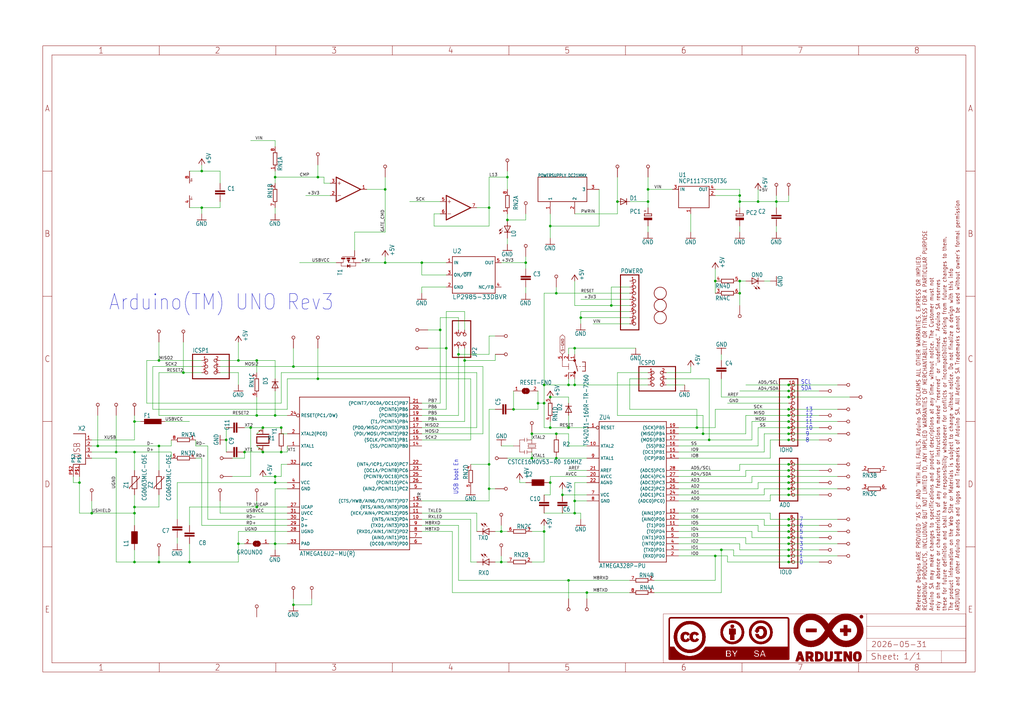
<source format=kicad_sch>
(kicad_sch (version 20231120) (generator "eeschema") (generator_version "8.0")
  (paper "User" 425.45 298.602)
  (lib_symbols
    (symbol "UNO-TH_Rev3e-eagle-import:+5V" (power)
      (symbol "+5V_1_0"
        (pin power_in line (at 0 -2.54 90) (length 2.54) (name "+5V") (number "1"))
      )
    )
    (symbol "UNO-TH_Rev3e-eagle-import:0715_CV201210-100K"
      (property "Reference" "L" (at -3.81 5.08 0))
      (symbol "0715_CV201210-100K_1_0"
        (pin passive line (at -5.08 2.54 0) (length 2.54) (name "1") (number "1"))
        (pin passive line (at 5.08 2.54 180) (length 2.54) (name "2") (number "2"))
      )
    )
    (symbol "UNO-TH_Rev3e-eagle-import:4R-NCAY16"
      (property "Reference" "RN" (at -5.08 -3.048 0))
      (symbol "4R-NCAY16_1_0"
        (pin passive line (at -5.08 0 0) (length 2.54) (name "1") (number "1"))
        (pin passive line (at 5.08 0 180) (length 2.54) (name "2") (number "8"))
      )
      (symbol "4R-NCAY16_2_0"
        (pin passive line (at -5.08 0 0) (length 2.54) (name "1") (number "2"))
        (pin passive line (at 5.08 0 180) (length 2.54) (name "2") (number "7"))
      )
      (symbol "4R-NCAY16_3_0"
        (pin passive line (at -5.08 0 0) (length 2.54) (name "1") (number "3"))
        (pin passive line (at 5.08 0 180) (length 2.54) (name "2") (number "6"))
      )
      (symbol "4R-NCAY16_4_0"
        (pin passive line (at -5.08 0 0) (length 2.54) (name "1") (number "4"))
        (pin passive line (at 5.08 0 180) (length 2.54) (name "2") (number "5"))
      )
    )
    (symbol "UNO-TH_Rev3e-eagle-import:A3-FRAME"
      (symbol "A3-FRAME_1_0"
        (text "${#}/${##}" (at 357.505 5.08 0) (effects (font (size 2.54 2.54)) (justify left bottom)))
        (text "${CURRENT_DATE}" (at 344.17 10.16 0) (effects (font (size 2.286 2.286)) (justify left bottom)))
        (text "${PROJECTNAME}" (at 344.17 15.24 0) (effects (font (size 2.54 2.54)) (justify left bottom)))
        (text "1" (at 24.2094 1.905 0) (effects (font (size 2.54 2.286))))
        (text "1" (at 24.2094 258.445 0) (effects (font (size 2.54 2.286))))
        (text "2" (at 72.6281 1.905 0) (effects (font (size 2.54 2.286))))
        (text "2" (at 72.6281 258.445 0) (effects (font (size 2.54 2.286))))
        (text "3" (at 121.0469 1.905 0) (effects (font (size 2.54 2.286))))
        (text "3" (at 121.0469 258.445 0) (effects (font (size 2.54 2.286))))
        (text "4" (at 169.4656 1.905 0) (effects (font (size 2.54 2.286))))
        (text "4" (at 169.4656 258.445 0) (effects (font (size 2.54 2.286))))
        (text "5" (at 217.8844 1.905 0) (effects (font (size 2.54 2.286))))
        (text "5" (at 217.8844 258.445 0) (effects (font (size 2.54 2.286))))
        (text "6" (at 266.3031 1.905 0) (effects (font (size 2.54 2.286))))
        (text "6" (at 266.3031 258.445 0) (effects (font (size 2.54 2.286))))
        (text "7" (at 314.7219 1.905 0) (effects (font (size 2.54 2.286))))
        (text "7" (at 314.7219 258.445 0) (effects (font (size 2.54 2.286))))
        (text "8" (at 363.1406 1.905 0) (effects (font (size 2.54 2.286))))
        (text "8" (at 363.1406 258.445 0) (effects (font (size 2.54 2.286))))
        (text "A" (at 1.905 234.315 0) (effects (font (size 2.54 2.286))))
        (text "A" (at 385.445 234.315 0) (effects (font (size 2.54 2.286))))
        (text "B" (at 1.905 182.245 0) (effects (font (size 2.54 2.286))))
        (text "B" (at 385.445 182.245 0) (effects (font (size 2.54 2.286))))
        (text "C" (at 1.905 130.175 0) (effects (font (size 2.54 2.286))))
        (text "C" (at 385.445 130.175 0) (effects (font (size 2.54 2.286))))
        (text "D" (at 1.905 78.105 0) (effects (font (size 2.54 2.286))))
        (text "D" (at 385.445 78.105 0) (effects (font (size 2.54 2.286))))
        (text "E" (at 1.905 26.035 0) (effects (font (size 2.54 2.286))))
        (text "E" (at 385.445 26.035 0) (effects (font (size 2.54 2.286))))
        (text "Reference Designs ARE PROVIDED \"AS IS\" AND \"WITH ALL FAULTS. Arduino SA DISCLAIMS ALL OTHER WARRANTIES, EXPRESS OR IMPLIED,\nREGARDING PRODUCTS, INCLUDING BUT NOT LIMITED TO, ANY IMPLIED WARRANTIES OF MERCHANTABILITY OR FITNESS FOR A PARTICULAR PURPOSE\nArduino SA may make changes to specifications and product descriptions at any time, without notice. The Customer must not\nrely on the absence or characteristics of any features or instructions marked \"reserved\" or \"undefined.\" Arduino SA reserves\nthese for future definition and shall have no responsibility whatsoever for conflicts or incompatibilities arising from future changes to them.\nThe product information on the Web Site or Materials is subject to change without notice. Do not finalize a design with this info\nARDUINO and other Arduino brands and logos and Trademarks of Arduino SA. All Arduino SA Trademarks cannot be used without owner's formal permission" (at 381 25.4 900) (effects (font (size 1.6764 1.4249)) (justify left bottom)))
        (text "Sheet:" (at 343.916 4.953 0) (effects (font (size 2.54 2.54)) (justify left bottom)))
      )
    )
    (symbol "UNO-TH_Rev3e-eagle-import:ATMEGA16U2-MU"
      (symbol "ATMEGA16U2-MU_1_0"
        (pin bidirectional line (at -27.94 12.7 0) (length 5.08) (name "XTAL1") (number "1"))
        (pin bidirectional line (at 27.94 -17.78 180) (length 5.08) (name "(INT5/AIN3)PD4") (number "10"))
        (pin bidirectional line (at 27.94 -15.24 180) (length 5.08) (name "(XCK/AIN4/PCINT12)PD5") (number "11"))
        (pin bidirectional line (at 27.94 -12.7 180) (length 5.08) (name "(RTS/AIN5/INT6)PD6") (number "12"))
        (pin bidirectional line (at 27.94 -10.16 180) (length 5.08) (name "(CTS/HWB/AIN6/TO/INT7)PD7") (number "13"))
        (pin bidirectional line (at 27.94 12.7 180) (length 5.08) (name "(SS/PCINT0)PB0") (number "14"))
        (pin bidirectional line (at 27.94 15.24 180) (length 5.08) (name "(SCLK/PCINT1)PB1") (number "15"))
        (pin bidirectional line (at 27.94 17.78 180) (length 5.08) (name "(PDI/MOSI/PCINT2)PB2") (number "16"))
        (pin bidirectional line (at 27.94 20.32 180) (length 5.08) (name "(PD0/MISO/PCINT3)PB3") (number "17"))
        (pin bidirectional line (at 27.94 22.86 180) (length 5.08) (name "(T1/PCINT4)PB4") (number "18"))
        (pin bidirectional line (at 27.94 25.4 180) (length 5.08) (name "(PCINT5)PB5") (number "19"))
        (pin bidirectional line (at -27.94 17.78 0) (length 5.08) (name "XTAL2(PC0)") (number "2"))
        (pin bidirectional line (at 27.94 27.94 180) (length 5.08) (name "(PCINT6)PB6") (number "20"))
        (pin bidirectional line (at 27.94 30.48 180) (length 5.08) (name "(PCINT7/OC0A/OC1C)PB7") (number "21"))
        (pin bidirectional line (at 27.94 5.08 180) (length 5.08) (name "(INT4/ICP1/CLK0)PC7") (number "22"))
        (pin bidirectional line (at 27.94 2.54 180) (length 5.08) (name "(OC1A/PCINT8)PC6") (number "23"))
        (pin input inverted (at -27.94 25.4 0) (length 5.08) (name "RESET(PC1/DW)") (number "24"))
        (pin bidirectional line (at 27.94 0 180) (length 5.08) (name "(PCINT9/OC1B)PC5") (number "25"))
        (pin bidirectional line (at 27.94 -2.54 180) (length 5.08) (name "(PCINT10)PC4") (number "26"))
        (pin passive line (at -27.94 -12.7 0) (length 5.08) (name "UCAP") (number "27"))
        (pin power_in line (at -27.94 -22.86 0) (length 5.08) (name "UGND") (number "28"))
        (pin bidirectional line (at -27.94 -20.32 0) (length 5.08) (name "D+") (number "29"))
        (pin power_in line (at -27.94 -5.08 0) (length 5.08) (name "GND") (number "3"))
        (pin bidirectional line (at -27.94 -17.78 0) (length 5.08) (name "D-") (number "30"))
        (pin power_in line (at -27.94 -15.24 0) (length 5.08) (name "UVCC") (number "31"))
        (pin power_in line (at -27.94 5.08 0) (length 5.08) (name "AVCC") (number "32"))
        (pin power_in line (at -27.94 -27.94 0) (length 5.08) (name "PAD") (number "33"))
        (pin power_in line (at -27.94 -2.54 0) (length 5.08) (name "VCC") (number "4"))
        (pin bidirectional line (at 27.94 -5.08 180) (length 5.08) (name "(AIN2/PCINT11)PC2") (number "5"))
        (pin bidirectional line (at 27.94 -27.94 180) (length 5.08) (name "(OC0B/INT0)PD0") (number "6"))
        (pin bidirectional line (at 27.94 -25.4 180) (length 5.08) (name "(AIN0/INT1)PD1") (number "7"))
        (pin bidirectional line (at 27.94 -22.86 180) (length 5.08) (name "(RXD1/AIN1/INT2)PD2") (number "8"))
        (pin bidirectional line (at 27.94 -20.32 180) (length 5.08) (name "(TXD1/INT3)PD3") (number "9"))
      )
    )
    (symbol "UNO-TH_Rev3e-eagle-import:ATMEGA328P-PU"
      (property "Reference" "IC" (at -15.24 28.702 0))
      (symbol "ATMEGA328P-PU_1_0"
        (pin input inverted (at -20.32 25.4 0) (length 5.08) (name "RESET") (number "1"))
        (pin bidirectional line (at -20.32 17.78 0) (length 5.08) (name "XTAL2") (number "10"))
        (pin bidirectional line (at 17.78 -15.24 180) (length 5.08) (name "(T1)PD5") (number "11"))
        (pin bidirectional line (at 17.78 -12.7 180) (length 5.08) (name "(AIN0)PD6") (number "12"))
        (pin bidirectional line (at 17.78 -10.16 180) (length 5.08) (name "(AIN1)PD7") (number "13"))
        (pin bidirectional line (at 17.78 12.7 180) (length 5.08) (name "(ICP)PB0") (number "14"))
        (pin bidirectional line (at 17.78 15.24 180) (length 5.08) (name "(OC1)PB1") (number "15"))
        (pin bidirectional line (at 17.78 17.78 180) (length 5.08) (name "(SS)PB2") (number "16"))
        (pin bidirectional line (at 17.78 20.32 180) (length 5.08) (name "(MOSI)PB3") (number "17"))
        (pin bidirectional line (at 17.78 22.86 180) (length 5.08) (name "(MISO)PB4") (number "18"))
        (pin bidirectional line (at 17.78 25.4 180) (length 5.08) (name "(SCK)PB5") (number "19"))
        (pin bidirectional line (at 17.78 -27.94 180) (length 5.08) (name "(RXD)PD0") (number "2"))
        (pin power_in line (at -20.32 5.08 0) (length 5.08) (name "AVCC") (number "20"))
        (pin passive line (at -20.32 7.62 0) (length 5.08) (name "AREF") (number "21"))
        (pin power_in line (at -20.32 2.54 0) (length 5.08) (name "AGND") (number "22"))
        (pin bidirectional line (at 17.78 -5.08 180) (length 5.08) (name "(ADC0)PC0)") (number "23"))
        (pin bidirectional line (at 17.78 -2.54 180) (length 5.08) (name "(ADC1)PC1") (number "24"))
        (pin bidirectional line (at 17.78 0 180) (length 5.08) (name "(ADC2)PC2") (number "25"))
        (pin bidirectional line (at 17.78 2.54 180) (length 5.08) (name "(ADC3)PC3") (number "26"))
        (pin bidirectional line (at 17.78 5.08 180) (length 5.08) (name "(ADC4)PC4") (number "27"))
        (pin bidirectional line (at 17.78 7.62 180) (length 5.08) (name "(ADC5)PC5") (number "28"))
        (pin bidirectional line (at 17.78 -25.4 180) (length 5.08) (name "(TXD)PD1") (number "3"))
        (pin bidirectional line (at 17.78 -22.86 180) (length 5.08) (name "(INT0)PD2") (number "4"))
        (pin bidirectional line (at 17.78 -20.32 180) (length 5.08) (name "(INT1)PD3") (number "5"))
        (pin bidirectional line (at 17.78 -17.78 180) (length 5.08) (name "(T0)PD4") (number "6"))
        (pin power_in line (at -20.32 -2.54 0) (length 5.08) (name "VCC") (number "7"))
        (pin power_in line (at -20.32 -5.08 0) (length 5.08) (name "GND") (number "8"))
        (pin bidirectional line (at -20.32 12.7 0) (length 5.08) (name "XTAL1") (number "9"))
      )
    )
    (symbol "UNO-TH_Rev3e-eagle-import:C-EU0603-RND"
      (property "Reference" "C" (at 1.524 0.381 0))
      (symbol "C-EU0603-RND_1_0"
        (pin passive line (at 0 2.54 270) (length 2.54) (name "1") (number "1"))
        (pin passive line (at 0 -5.08 90) (length 2.54) (name "2") (number "2"))
      )
    )
    (symbol "UNO-TH_Rev3e-eagle-import:CPOL-EUD"
      (property "Reference" "C" (at 1.143 0.4826 0))
      (symbol "CPOL-EUD_1_0"
        (text "+" (at -0.5842 0.4064 900) (effects (font (size 1.27 1.0795)) (justify left bottom)))
        (pin passive line (at 0 2.54 270) (length 2.54) (name "+") (number "+"))
        (pin passive line (at 0 -5.08 90) (length 2.54) (name "-") (number "-"))
      )
    )
    (symbol "UNO-TH_Rev3e-eagle-import:DIODE-MINIMELF"
      (property "Reference" "D" (at 2.54 0.4826 0))
      (symbol "DIODE-MINIMELF_1_0"
        (pin passive line (at -2.54 0 0) (length 2.54) (name "A") (number "A"))
        (pin passive line (at 2.54 0 180) (length 2.54) (name "C") (number "C"))
      )
    )
    (symbol "UNO-TH_Rev3e-eagle-import:DIODE-SMB"
      (property "Reference" "D" (at 2.54 0.4826 0))
      (symbol "DIODE-SMB_1_0"
        (pin passive line (at -2.54 0 0) (length 2.54) (name "A") (number "A"))
        (pin passive line (at 2.54 0 180) (length 2.54) (name "C") (number "C"))
      )
    )
    (symbol "UNO-TH_Rev3e-eagle-import:FIDUCIALMOUNT")
    (symbol "UNO-TH_Rev3e-eagle-import:GND" (power)
      (symbol "GND_1_0"
        (pin power_in line (at 0 2.54 270) (length 2.54) (name "GND") (number "1"))
      )
    )
    (symbol "UNO-TH_Rev3e-eagle-import:L-EUL1812"
      (property "Reference" "L" (at -1.4986 -3.81 90))
      (symbol "L-EUL1812_1_0"
        (pin passive line (at 0 5.08 270) (length 2.54) (name "1") (number "1"))
        (pin passive line (at 0 -5.08 90) (length 2.54) (name "2") (number "2"))
      )
    )
    (symbol "UNO-TH_Rev3e-eagle-import:LEDCHIP-LED0805"
      (property "Reference" "LED" (at 3.556 -4.572 90))
      (symbol "LEDCHIP-LED0805_1_0"
        (pin passive line (at 0 2.54 270) (length 2.54) (name "A") (number "A"))
        (pin passive line (at 0 -5.08 90) (length 2.54) (name "C") (number "C"))
      )
    )
    (symbol "UNO-TH_Rev3e-eagle-import:LMV358?MM"
      (symbol "LMV358?MM_1_0"
        (pin output line (at 7.62 0 180) (length 2.54) (name "OUT") (number "1"))
        (pin input line (at -7.62 -2.54 0) (length 2.54) (name "-IN") (number "2"))
        (pin input line (at -7.62 2.54 0) (length 2.54) (name "+IN") (number "3"))
      )
      (symbol "LMV358?MM_2_0"
        (pin input line (at -7.62 2.54 0) (length 2.54) (name "+IN") (number "5"))
        (pin input line (at -7.62 -2.54 0) (length 2.54) (name "-IN") (number "6"))
        (pin output line (at 7.62 0 180) (length 2.54) (name "OUT") (number "7"))
      )
      (symbol "LMV358?MM_3_0"
        (text "V+" (at 1.27 3.175 900) (effects (font (size 0.8128 0.6908)) (justify left bottom)))
        (text "V-" (at 1.27 -4.445 900) (effects (font (size 0.8128 0.6908)) (justify left bottom)))
        (pin power_in line (at 0 -7.62 90) (length 5.08) (name "V-") (number "4"))
        (pin power_in line (at 0 7.62 270) (length 5.08) (name "V+") (number "8"))
      )
    )
    (symbol "UNO-TH_Rev3e-eagle-import:LP2985-XXDBVR"
      (property "Reference" "IC" (at -7.62 8.89 0))
      (symbol "LP2985-XXDBVR_1_0"
        (pin input line (at -10.16 5.08 0) (length 2.54) (name "IN") (number "1"))
        (pin power_in line (at -10.16 -5.08 0) (length 2.54) (name "GND") (number "2"))
        (pin input line (at -10.16 0 0) (length 2.54) (name "ON/~{OFF}") (number "3"))
        (pin passive line (at 12.7 -5.08 180) (length 2.54) (name "NC/FB") (number "4"))
        (pin passive line (at 12.7 5.08 180) (length 2.54) (name "OUT") (number "5"))
      )
    )
    (symbol "UNO-TH_Rev3e-eagle-import:MC33269ST"
      (property "Reference" "IC" (at -5.08 7.62 0))
      (symbol "MC33269ST_1_0"
        (pin input line (at 0 -5.08 90) (length 2.54) (name "GND/ADJ") (number "1"))
        (pin passive line (at 10.16 2.54 180) (length 2.54) (name "OUT@1") (number "2"))
        (pin input line (at -7.62 5.08 0) (length 2.54) (name "IN") (number "3"))
        (pin passive line (at 10.16 5.08 180) (length 2.54) (name "OUT") (number "4"))
      )
    )
    (symbol "UNO-TH_Rev3e-eagle-import:PINHD-1X10_ARD"
      (property "Reference" "JP" (at -6.35 13.335 0))
      (symbol "PINHD-1X10_ARD_1_0"
        (pin passive inverted (at -2.54 10.16 0) (length 2.54) (name "1") (number "1"))
        (pin passive inverted (at -2.54 -12.7 0) (length 2.54) (name "10") (number "10"))
        (pin passive inverted (at -2.54 7.62 0) (length 2.54) (name "2") (number "2"))
        (pin passive inverted (at -2.54 5.08 0) (length 2.54) (name "3") (number "3"))
        (pin passive inverted (at -2.54 2.54 0) (length 2.54) (name "4") (number "4"))
        (pin passive inverted (at -2.54 0 0) (length 2.54) (name "5") (number "5"))
        (pin passive inverted (at -2.54 -2.54 0) (length 2.54) (name "6") (number "6"))
        (pin passive inverted (at -2.54 -5.08 0) (length 2.54) (name "7") (number "7"))
        (pin passive inverted (at -2.54 -7.62 0) (length 2.54) (name "8") (number "8"))
        (pin passive inverted (at -2.54 -10.16 0) (length 2.54) (name "9") (number "9"))
      )
    )
    (symbol "UNO-TH_Rev3e-eagle-import:PINHD-1X6"
      (property "Reference" "JP" (at -6.35 10.795 0))
      (symbol "PINHD-1X6_1_0"
        (pin passive inverted (at -2.54 7.62 0) (length 2.54) (name "1") (number "1"))
        (pin passive inverted (at -2.54 5.08 0) (length 2.54) (name "2") (number "2"))
        (pin passive inverted (at -2.54 2.54 0) (length 2.54) (name "3") (number "3"))
        (pin passive inverted (at -2.54 0 0) (length 2.54) (name "4") (number "4"))
        (pin passive inverted (at -2.54 -2.54 0) (length 2.54) (name "5") (number "5"))
        (pin passive inverted (at -2.54 -5.08 0) (length 2.54) (name "6") (number "6"))
      )
    )
    (symbol "UNO-TH_Rev3e-eagle-import:PINHD-1X8"
      (property "Reference" "JP" (at -6.35 13.335 0))
      (symbol "PINHD-1X8_1_0"
        (pin passive inverted (at -2.54 10.16 0) (length 2.54) (name "1") (number "1"))
        (pin passive inverted (at -2.54 7.62 0) (length 2.54) (name "2") (number "2"))
        (pin passive inverted (at -2.54 5.08 0) (length 2.54) (name "3") (number "3"))
        (pin passive inverted (at -2.54 2.54 0) (length 2.54) (name "4") (number "4"))
        (pin passive inverted (at -2.54 0 0) (length 2.54) (name "5") (number "5"))
        (pin passive inverted (at -2.54 -2.54 0) (length 2.54) (name "6") (number "6"))
        (pin passive inverted (at -2.54 -5.08 0) (length 2.54) (name "7") (number "7"))
        (pin passive inverted (at -2.54 -7.62 0) (length 2.54) (name "8") (number "8"))
      )
    )
    (symbol "UNO-TH_Rev3e-eagle-import:PINHD-2X2"
      (property "Reference" "JP" (at -8.89 5.715 0))
      (symbol "PINHD-2X2_1_0"
        (pin passive inverted (at -5.08 2.54 0) (length 2.54) (name "1") (number "1"))
        (pin passive inverted (at 2.54 2.54 180) (length 2.54) (name "2") (number "2"))
        (pin passive inverted (at -5.08 0 0) (length 2.54) (name "3") (number "3"))
        (pin passive inverted (at 2.54 0 180) (length 2.54) (name "4") (number "4"))
      )
    )
    (symbol "UNO-TH_Rev3e-eagle-import:PINHD-2X3"
      (property "Reference" "JP" (at -6.35 5.715 0))
      (symbol "PINHD-2X3_1_0"
        (pin passive inverted (at -2.54 2.54 0) (length 2.54) (name "1") (number "1"))
        (pin passive inverted (at 5.08 2.54 180) (length 2.54) (name "2") (number "2"))
        (pin passive inverted (at -2.54 0 0) (length 2.54) (name "3") (number "3"))
        (pin passive inverted (at 5.08 0 180) (length 2.54) (name "4") (number "4"))
        (pin passive inverted (at -2.54 -2.54 0) (length 2.54) (name "5") (number "5"))
        (pin passive inverted (at 5.08 -2.54 180) (length 2.54) (name "6") (number "6"))
      )
    )
    (symbol "UNO-TH_Rev3e-eagle-import:PMOSSOT23"
      (property "Reference" "T" (at 2.54 2.54 0))
      (symbol "PMOSSOT23_1_0"
        (pin passive line (at 0 5.08 270) (length 2.54) (name "D") (number "1"))
        (pin passive line (at 0 -5.08 90) (length 2.54) (name "S") (number "2"))
        (pin passive line (at -5.08 -2.54 0) (length 2.54) (name "G") (number "3"))
      )
    )
    (symbol "UNO-TH_Rev3e-eagle-import:PN61729"
      (property "Reference" "X" (at 0 8.89 0))
      (symbol "PN61729_1_0"
        (text "USB" (at 5.08 -2.54 900) (effects (font (size 2.54 2.159)) (justify left bottom)))
        (pin bidirectional line (at -2.54 5.08 0) (length 2.54) (name "1") (number "1"))
        (pin bidirectional line (at -2.54 2.54 0) (length 2.54) (name "2") (number "2"))
        (pin bidirectional line (at -2.54 0 0) (length 2.54) (name "3") (number "3"))
        (pin bidirectional line (at -2.54 -2.54 0) (length 2.54) (name "4") (number "4"))
        (pin bidirectional line (at 2.54 -10.16 90) (length 5.08) (name "P$1") (number "P$1"))
        (pin bidirectional line (at 5.08 -10.16 90) (length 5.08) (name "P$2") (number "P$2"))
      )
    )
    (symbol "UNO-TH_Rev3e-eagle-import:POWERSUPPLY_DC21MMX"
      (symbol "POWERSUPPLY_DC21MMX_1_0"
        (pin power_in line (at -5.08 -10.16 90) (length 5.08) (name "1") (number "1"))
        (pin power_in line (at 5.08 -10.16 90) (length 5.08) (name "2") (number "2"))
        (pin power_in line (at 15.24 0 180) (length 5.08) (name "3") (number "3"))
      )
    )
    (symbol "UNO-TH_Rev3e-eagle-import:R-EU_R0603"
      (property "Reference" "R" (at -3.81 1.4986 0))
      (symbol "R-EU_R0603_1_0"
        (pin passive line (at -5.08 0 0) (length 2.54) (name "1") (number "1"))
        (pin passive line (at 5.08 0 180) (length 2.54) (name "2") (number "2"))
      )
    )
    (symbol "UNO-TH_Rev3e-eagle-import:RESONATORMU"
      (property "Reference" "Y" (at -5.08 4.572 0))
      (symbol "RESONATORMU_1_0"
        (pin passive line (at 0 2.54 180) (length 0) (name "1") (number "1"))
        (pin passive line (at -7.62 0 0) (length 0) (name "2") (number "2"))
        (pin passive line (at 0 -2.54 180) (length 0) (name "3") (number "3"))
      )
    )
    (symbol "UNO-TH_Rev3e-eagle-import:SJ"
      (property "Reference" "SJ" (at -2.54 2.54 0))
      (symbol "SJ_1_0"
        (pin passive line (at -5.08 0 0) (length 2.54) (name "1") (number "1"))
        (pin passive line (at 5.08 0 180) (length 2.54) (name "2") (number "2"))
      )
    )
    (symbol "UNO-TH_Rev3e-eagle-import:TP_SP"
      (symbol "TP_SP_1_0"
        (pin passive inverted (at 0 0 0) (length 5.08) (name "TESTP") (number "X"))
      )
    )
    (symbol "UNO-TH_Rev3e-eagle-import:TS42"
      (symbol "TS42_1_0"
        (pin passive line (at 0 -5.08 90) (length 2.54) (name "1") (number "1"))
        (pin passive line (at 2.54 -5.08 90) (length 2.54) (name "2") (number "2"))
        (pin passive line (at 0 5.08 270) (length 2.54) (name "3") (number "3"))
        (pin passive line (at 2.54 5.08 270) (length 2.54) (name "4") (number "4"))
        (pin power_in line (at 5.08 -5.08 90) (length 2.54) (name "5-GND") (number "5"))
      )
    )
    (symbol "UNO-TH_Rev3e-eagle-import:VARISTORCN0603"
      (property "Reference" "R" (at -2.54 3.81 0))
      (symbol "VARISTORCN0603_1_0"
        (pin passive line (at 5.08 0 180) (length 2.54) (name "1") (number "1"))
        (pin passive line (at -5.08 0 0) (length 2.54) (name "2") (number "2"))
      )
    )
    (symbol "UNO-TH_Rev3e-eagle-import:WE-CBF_0805"
      (property "Reference" "L" (at -3.81 5.08 0))
      (symbol "WE-CBF_0805_1_0"
        (pin passive line (at -5.08 2.54 0) (length 2.54) (name "1") (number "1"))
        (pin passive line (at 5.08 2.54 180) (length 2.54) (name "2") (number "2"))
      )
    )
    (symbol "UNO-TH_Rev3e-eagle-import:XTAL/S"
      (property "Reference" "Q" (at -5.08 3.81 0))
      (symbol "XTAL/S_1_0"
        (pin passive line (at -5.08 0 0) (length 2.54) (name "1") (number "1"))
        (pin passive line (at 5.08 0 180) (length 2.54) (name "2") (number "2"))
      )
    )
  )
  (junction (at 66.04 185.42))
  (junction (at 269.24 78.74))
  (junction (at 223.52 167.64))
  (junction (at 38.1 213.36))
  (junction (at 116.84 187.96))
  (junction (at 243.84 246.38))
  (junction (at 254 127))
  (junction (at 55.88 233.68))
  (junction (at 327.66 180.34))
  (junction (at 106.68 149.86))
  (junction (at 210.82 73.66))
  (junction (at 55.88 210.82))
  (junction (at 121.92 152.4))
  (junction (at 203.2 193.04))
  (junction (at 238.76 144.78))
  (junction (at 327.66 160.02))
  (junction (at 327.66 198.12))
  (junction (at 83.82 71.12))
  (junction (at 114.3 73.66))
  (junction (at 307.34 83.82))
  (junction (at 327.66 220.98))
  (junction (at 132.08 157.48))
  (junction (at 55.88 213.36))
  (junction (at 327.66 195.58))
  (junction (at 48.26 187.96))
  (junction (at 208.28 220.98))
  (junction (at 314.96 83.82))
  (junction (at 114.3 172.72))
  (junction (at 106.68 210.82))
  (junction (at 93.98 182.88))
  (junction (at 226.06 167.64))
  (junction (at 226.06 160.02))
  (junction (at 327.66 215.9))
  (junction (at 226.06 220.98))
  (junction (at 193.04 149.86))
  (junction (at 83.82 86.36))
  (junction (at 327.66 172.72))
  (junction (at 99.06 149.86))
  (junction (at 292.1 180.34))
  (junction (at 327.66 228.6))
  (junction (at 182.88 137.16))
  (junction (at 327.66 226.06))
  (junction (at 297.18 116.84))
  (junction (at 327.66 218.44))
  (junction (at 327.66 203.2))
  (junction (at 256.54 83.82))
  (junction (at 185.42 144.78))
  (junction (at 213.36 170.18))
  (junction (at 66.04 233.68))
  (junction (at 289.56 177.8))
  (junction (at 327.66 177.8))
  (junction (at 269.24 83.82))
  (junction (at 175.26 109.22))
  (junction (at 236.22 177.8))
  (junction (at 241.3 132.08))
  (junction (at 236.22 160.02))
  (junction (at 220.98 180.34))
  (junction (at 327.66 162.56))
  (junction (at 236.22 241.3))
  (junction (at 109.22 177.8))
  (junction (at 327.66 175.26))
  (junction (at 160.02 78.74))
  (junction (at 327.66 223.52))
  (junction (at 40.64 185.42))
  (junction (at 238.76 213.36))
  (junction (at 33.02 200.66))
  (junction (at 327.66 170.18))
  (junction (at 203.2 86.36))
  (junction (at 238.76 160.02))
  (junction (at 203.2 203.2))
  (junction (at 307.34 121.92))
  (junction (at 114.3 200.66))
  (junction (at 101.6 187.96))
  (junction (at 327.66 233.68))
  (junction (at 231.14 180.34))
  (junction (at 114.3 226.06))
  (junction (at 327.66 200.66))
  (junction (at 299.72 228.6))
  (junction (at 190.5 147.32))
  (junction (at 55.88 187.96))
  (junction (at 327.66 182.88))
  (junction (at 220.98 190.5))
  (junction (at 109.22 187.96))
  (junction (at 160.02 109.22))
  (junction (at 106.68 172.72))
  (junction (at 208.28 233.68))
  (junction (at 327.66 165.1))
  (junction (at 327.66 231.14))
  (junction (at 114.3 198.12))
  (junction (at 231.14 190.5))
  (junction (at 78.74 233.68))
  (junction (at 66.04 149.86))
  (junction (at 218.44 109.22))
  (junction (at 327.66 193.04))
  (junction (at 99.06 226.06))
  (junction (at 228.6 177.8))
  (junction (at 132.08 73.66))
  (junction (at 228.6 165.1))
  (junction (at 297.18 231.14))
  (junction (at 104.14 177.8))
  (junction (at 76.2 154.94))
  (junction (at 233.68 205.74))
  (junction (at 231.14 121.92))
  (junction (at 55.88 175.26))
  (junction (at 307.34 81.28))
  (junction (at 327.66 205.74))
  (junction (at 238.76 208.28))
  (junction (at 322.58 83.82))
  (junction (at 228.6 93.98))
  (junction (at 210.82 91.44))
  (junction (at 121.92 251.46))
  (junction (at 116.84 177.8))
  (junction (at 228.6 200.66))
  (junction (at 294.64 182.88))
  (junction (at 307.34 116.84))
  (wire (pts (xy 309.88 172.72) (xy 327.66 172.72)) (stroke (width 0.1524)))
  (wire (pts (xy 317.5 203.2) (xy 327.66 203.2)) (stroke (width 0.1524)))
  (wire (pts (xy 327.66 175.26) (xy 312.42 175.26)) (stroke (width 0.1524)))
  (wire (pts (xy 289.56 170.18) (xy 289.56 177.8)) (stroke (width 0.1524)))
  (wire (pts (xy 299.72 165.1) (xy 327.66 165.1)) (stroke (width 0.1524)))
  (wire (pts (xy 203.2 93.98) (xy 180.34 93.98)) (stroke (width 0.1524)))
  (wire (pts (xy 309.88 198.12) (xy 281.94 198.12)) (stroke (width 0.1524)))
  (wire (pts (xy 340.36 218.44) (xy 327.66 218.44)) (stroke (width 0.1524)))
  (wire (pts (xy 78.74 226.06) (xy 78.74 233.68)) (stroke (width 0.1524)))
  (wire (pts (xy 287.02 154.94) (xy 276.86 154.94)) (stroke (width 0.1524)))
  (wire (pts (xy 203.2 73.66) (xy 203.2 86.36)) (stroke (width 0.1524)))
  (wire (pts (xy 314.96 220.98) (xy 327.66 220.98)) (stroke (width 0.1524)))
  (wire (pts (xy 177.8 144.78) (xy 185.42 144.78)) (stroke (width 0.1524)))
  (wire (pts (xy 114.3 172.72) (xy 106.68 172.72)) (stroke (width 0.1524)))
  (wire (pts (xy 132.08 157.48) (xy 119.38 157.48)) (stroke (width 0.1524)))
  (wire (pts (xy 60.96 167.64) (xy 60.96 149.86)) (stroke (width 0.1524)))
  (wire (pts (xy 114.3 162.56) (xy 114.3 172.72)) (stroke (width 0.1524)))
  (wire (pts (xy 119.38 215.9) (xy 86.36 215.9)) (stroke (width 0.1524)))
  (wire (pts (xy 299.72 228.6) (xy 304.8 228.6)) (stroke (width 0.1524)))
  (wire (pts (xy 210.82 71.12) (xy 210.82 73.66)) (stroke (width 0.1524)))
  (wire (pts (xy 203.2 147.32) (xy 203.2 139.7)) (stroke (width 0.1524)))
  (wire (pts (xy 320.04 213.36) (xy 320.04 215.9)) (stroke (width 0.1524)))
  (wire (pts (xy 160.02 109.22) (xy 175.26 109.22)) (stroke (width 0.1524)))
  (wire (pts (xy 243.84 190.5) (xy 231.14 190.5)) (stroke (width 0.1524)))
  (wire (pts (xy 160.02 109.22) (xy 160.02 106.68)) (stroke (width 0.1524)))
  (wire (pts (xy 81.28 190.5) (xy 83.82 190.5)) (stroke (width 0.1524)))
  (wire (pts (xy 30.48 198.12) (xy 30.48 200.66)) (stroke (width 0.1524)))
  (wire (pts (xy 116.84 180.34) (xy 119.38 180.34)) (stroke (width 0.1524)))
  (wire (pts (xy 66.04 172.72) (xy 66.04 154.94)) (stroke (width 0.1524)))
  (wire (pts (xy 228.6 205.74) (xy 228.6 200.66)) (stroke (width 0.1524)))
  (wire (pts (xy 213.36 185.42) (xy 208.28 185.42)) (stroke (width 0.1524)))
  (wire (pts (xy 226.06 205.74) (xy 228.6 205.74)) (stroke (width 0.1524)))
  (wire (pts (xy 205.74 203.2) (xy 203.2 203.2)) (stroke (width 0.1524)))
  (wire (pts (xy 66.04 185.42) (xy 71.12 185.42)) (stroke (width 0.1524)))
  (wire (pts (xy 236.22 157.48) (xy 236.22 160.02)) (stroke (width 0.1524)))
  (wire (pts (xy 182.88 132.08) (xy 182.88 137.16)) (stroke (width 0.1524)))
  (wire (pts (xy 195.58 233.68) (xy 195.58 215.9)) (stroke (width 0.1524)))
  (wire (pts (xy 220.98 233.68) (xy 226.06 233.68)) (stroke (width 0.1524)))
  (wire (pts (xy 114.3 200.66) (xy 73.66 200.66)) (stroke (width 0.1524)))
  (wire (pts (xy 320.04 116.84) (xy 317.5 116.84)) (stroke (width 0.1524)))
  (wire (pts (xy 182.88 83.82) (xy 170.18 83.82)) (stroke (width 0.1524)))
  (wire (pts (xy 327.66 172.72) (xy 340.36 172.72)) (stroke (width 0.1524)))
  (wire (pts (xy 76.2 142.24) (xy 76.2 154.94)) (stroke (width 0.1524)))
  (wire (pts (xy 281.94 213.36) (xy 320.04 213.36)) (stroke (width 0.1524)))
  (wire (pts (xy 294.64 182.88) (xy 281.94 182.88)) (stroke (width 0.1524)))
  (wire (pts (xy 261.62 170.18) (xy 289.56 170.18)) (stroke (width 0.1524)))
  (wire (pts (xy 269.24 73.66) (xy 269.24 78.74)) (stroke (width 0.1524)))
  (wire (pts (xy 236.22 172.72) (xy 236.22 177.8)) (stroke (width 0.1524)))
  (wire (pts (xy 198.12 220.98) (xy 198.12 213.36)) (stroke (width 0.1524)))
  (wire (pts (xy 203.2 86.36) (xy 203.2 93.98)) (stroke (width 0.1524)))
  (wire (pts (xy 210.82 78.74) (xy 210.82 73.66)) (stroke (width 0.1524)))
  (wire (pts (xy 231.14 121.92) (xy 261.62 121.92)) (stroke (width 0.1524)))
  (wire (pts (xy 119.38 226.06) (xy 114.3 226.06)) (stroke (width 0.1524)))
  (wire (pts (xy 99.06 149.86) (xy 99.06 142.24)) (stroke (width 0.1524)))
  (wire (pts (xy 292.1 180.34) (xy 281.94 180.34)) (stroke (width 0.1524)))
  (wire (pts (xy 238.76 88.9) (xy 256.54 88.9)) (stroke (width 0.1524)))
  (wire (pts (xy 160.02 96.52) (xy 160.02 78.74)) (stroke (width 0.1524)))
  (wire (pts (xy 96.52 190.5) (xy 101.6 190.5)) (stroke (width 0.1524)))
  (wire (pts (xy 218.44 91.44) (xy 218.44 88.9)) (stroke (width 0.1524)))
  (wire (pts (xy 314.96 78.74) (xy 314.96 83.82)) (stroke (width 0.1524)))
  (wire (pts (xy 241.3 129.54) (xy 241.3 132.08)) (stroke (width 0.1524)))
  (wire (pts (xy 99.06 154.94) (xy 99.06 160.02)) (stroke (width 0.1524)))
  (wire (pts (xy 307.34 193.04) (xy 327.66 193.04)) (stroke (width 0.1524)))
  (wire (pts (xy 104.14 177.8) (xy 101.6 177.8)) (stroke (width 0.1524)))
  (wire (pts (xy 114.3 88.9) (xy 114.3 86.36)) (stroke (width 0.1524)))
  (wire (pts (xy 175.26 109.22) (xy 185.42 109.22)) (stroke (width 0.1524)))
  (wire (pts (xy 180.34 93.98) (xy 180.34 88.9)) (stroke (width 0.1524)))
  (wire (pts (xy 254 119.38) (xy 254 127)) (stroke (width 0.1524)))
  (wire (pts (xy 83.82 218.44) (xy 119.38 218.44)) (stroke (width 0.1524)))
  (wire (pts (xy 55.88 213.36) (xy 38.1 213.36)) (stroke (width 0.1524)))
  (wire (pts (xy 210.82 101.6) (xy 210.82 99.06)) (stroke (width 0.1524)))
  (wire (pts (xy 66.04 233.68) (xy 78.74 233.68)) (stroke (width 0.1524)))
  (wire (pts (xy 292.1 172.72) (xy 292.1 180.34)) (stroke (width 0.1524)))
  (wire (pts (xy 228.6 165.1) (xy 236.22 165.1)) (stroke (width 0.1524)))
  (wire (pts (xy 210.82 233.68) (xy 208.28 233.68)) (stroke (width 0.1524)))
  (wire (pts (xy 307.34 83.82) (xy 314.96 83.82)) (stroke (width 0.1524)))
  (wire (pts (xy 340.36 205.74) (xy 327.66 205.74)) (stroke (width 0.1524)))
  (wire (pts (xy 327.66 160.02) (xy 309.88 160.02)) (stroke (width 0.1524)))
  (wire (pts (xy 223.52 167.64) (xy 226.06 167.64)) (stroke (width 0.1524)))
  (wire (pts (xy 297.18 170.18) (xy 327.66 170.18)) (stroke (width 0.1524)))
  (wire (pts (xy 175.26 182.88) (xy 195.58 182.88)) (stroke (width 0.1524)))
  (wire (pts (xy 281.94 177.8) (xy 289.56 177.8)) (stroke (width 0.1524)))
  (wire (pts (xy 297.18 121.92) (xy 297.18 116.84)) (stroke (width 0.1524)))
  (wire (pts (xy 307.34 81.28) (xy 307.34 83.82)) (stroke (width 0.1524)))
  (wire (pts (xy 119.38 203.2) (xy 114.3 203.2)) (stroke (width 0.1524)))
  (wire (pts (xy 208.28 233.68) (xy 205.74 233.68)) (stroke (width 0.1524)))
  (wire (pts (xy 243.84 198.12) (xy 228.6 198.12)) (stroke (width 0.1524)))
  (wire (pts (xy 236.22 165.1) (xy 236.22 167.64)) (stroke (width 0.1524)))
  (wire (pts (xy 60.96 149.86) (xy 66.04 149.86)) (stroke (width 0.1524)))
  (wire (pts (xy 187.96 220.98) (xy 175.26 220.98)) (stroke (width 0.1524)))
  (wire (pts (xy 347.98 198.12) (xy 327.66 198.12)) (stroke (width 0.1524)))
  (wire (pts (xy 243.84 200.66) (xy 238.76 200.66)) (stroke (width 0.1524)))
  (wire (pts (xy 218.44 109.22) (xy 218.44 111.76)) (stroke (width 0.1524)))
  (wire (pts (xy 116.84 167.64) (xy 60.96 167.64)) (stroke (width 0.1524)))
  (wire (pts (xy 195.58 193.04) (xy 203.2 193.04)) (stroke (width 0.1524)))
  (wire (pts (xy 185.42 129.54) (xy 193.04 129.54)) (stroke (width 0.1524)))
  (wire (pts (xy 114.3 73.66) (xy 132.08 73.66)) (stroke (width 0.1524)))
  (wire (pts (xy 55.88 187.96) (xy 55.88 195.58)) (stroke (width 0.1524)))
  (wire (pts (xy 190.5 172.72) (xy 190.5 147.32)) (stroke (width 0.1524)))
  (wire (pts (xy 299.72 147.32) (xy 299.72 149.86)) (stroke (width 0.1524)))
  (wire (pts (xy 261.62 124.46) (xy 241.3 124.46)) (stroke (width 0.1524)))
  (wire (pts (xy 66.04 185.42) (xy 66.04 195.58)) (stroke (width 0.1524)))
  (wire (pts (xy 205.74 149.86) (xy 205.74 147.32)) (stroke (width 0.1524)))
  (wire (pts (xy 317.5 187.96) (xy 281.94 187.96)) (stroke (width 0.1524)))
  (wire (pts (xy 340.36 182.88) (xy 327.66 182.88)) (stroke (width 0.1524)))
  (wire (pts (xy 261.62 132.08) (xy 241.3 132.08)) (stroke (width 0.1524)))
  (wire (pts (xy 111.76 226.06) (xy 114.3 226.06)) (stroke (width 0.1524)))
  (wire (pts (xy 261.62 246.38) (xy 243.84 246.38)) (stroke (width 0.1524)))
  (wire (pts (xy 269.24 96.52) (xy 269.24 93.98)) (stroke (width 0.1524)))
  (wire (pts (xy 121.92 152.4) (xy 91.44 152.4)) (stroke (width 0.1524)))
  (wire (pts (xy 160.02 73.66) (xy 160.02 78.74)) (stroke (width 0.1524)))
  (wire (pts (xy 119.38 200.66) (xy 114.3 200.66)) (stroke (width 0.1524)))
  (wire (pts (xy 287.02 96.52) (xy 287.02 88.9)) (stroke (width 0.1524)))
  (wire (pts (xy 114.3 228.6) (xy 114.3 226.06)) (stroke (width 0.1524)))
  (wire (pts (xy 327.66 175.26) (xy 347.98 175.26)) (stroke (width 0.1524)))
  (wire (pts (xy 193.04 149.86) (xy 193.04 144.78)) (stroke (width 0.1524)))
  (wire (pts (xy 99.06 233.68) (xy 99.06 226.06)) (stroke (width 0.1524)))
  (wire (pts (xy 269.24 86.36) (xy 269.24 83.82)) (stroke (width 0.1524)))
  (wire (pts (xy 317.5 215.9) (xy 281.94 215.9)) (stroke (width 0.1524)))
  (wire (pts (xy 109.22 177.8) (xy 116.84 177.8)) (stroke (width 0.1524)))
  (wire (pts (xy 175.26 114.3) (xy 175.26 109.22)) (stroke (width 0.1524)))
  (wire (pts (xy 190.5 132.08) (xy 182.88 132.08)) (stroke (width 0.1524)))
  (wire (pts (xy 193.04 129.54) (xy 193.04 137.16)) (stroke (width 0.1524)))
  (wire (pts (xy 83.82 88.9) (xy 83.82 86.36)) (stroke (width 0.1524)))
  (wire (pts (xy 256.54 154.94) (xy 256.54 172.72)) (stroke (width 0.1524)))
  (wire (pts (xy 309.88 195.58) (xy 309.88 198.12)) (stroke (width 0.1524)))
  (wire (pts (xy 78.74 218.44) (xy 78.74 210.82)) (stroke (width 0.1524)))
  (wire (pts (xy 307.34 78.74) (xy 307.34 81.28)) (stroke (width 0.1524)))
  (wire (pts (xy 327.66 218.44) (xy 317.5 218.44)) (stroke (width 0.1524)))
  (wire (pts (xy 81.28 185.42) (xy 86.36 185.42)) (stroke (width 0.1524)))
  (wire (pts (xy 210.82 91.44) (xy 218.44 91.44)) (stroke (width 0.1524)))
  (wire (pts (xy 38.1 182.88) (xy 55.88 182.88)) (stroke (width 0.1524)))
  (wire (pts (xy 297.18 231.14) (xy 281.94 231.14)) (stroke (width 0.1524)))
  (wire (pts (xy 302.26 231.14) (xy 297.18 231.14)) (stroke (width 0.1524)))
  (wire (pts (xy 114.3 71.12) (xy 114.3 73.66)) (stroke (width 0.1524)))
  (wire (pts (xy 256.54 172.72) (xy 292.1 172.72)) (stroke (width 0.1524)))
  (wire (pts (xy 119.38 170.18) (xy 63.5 170.18)) (stroke (width 0.1524)))
  (wire (pts (xy 327.66 226.06) (xy 347.98 226.06)) (stroke (width 0.1524)))
  (wire (pts (xy 83.82 71.12) (xy 91.44 71.12)) (stroke (width 0.1524)))
  (wire (pts (xy 269.24 154.94) (xy 256.54 154.94)) (stroke (width 0.1524)))
  (wire (pts (xy 246.38 134.62) (xy 261.62 134.62)) (stroke (width 0.1524)))
  (wire (pts (xy 289.56 177.8) (xy 297.18 177.8)) (stroke (width 0.1524)))
  (wire (pts (xy 226.06 220.98) (xy 226.06 233.68)) (stroke (width 0.1524)))
  (wire (pts (xy 55.88 233.68) (xy 66.04 233.68)) (stroke (width 0.1524)))
  (wire (pts (xy 236.22 144.78) (xy 238.76 144.78)) (stroke (width 0.1524)))
  (wire (pts (xy 312.42 198.12) (xy 327.66 198.12)) (stroke (width 0.1524)))
  (wire (pts (xy 320.04 205.74) (xy 320.04 208.28)) (stroke (width 0.1524)))
  (wire (pts (xy 281.94 195.58) (xy 307.34 195.58)) (stroke (width 0.1524)))
  (wire (pts (xy 243.84 246.38) (xy 187.96 246.38)) (stroke (width 0.1524)))
  (wire (pts (xy 91.44 154.94) (xy 99.06 154.94)) (stroke (width 0.1524)))
  (wire (pts (xy 210.82 88.9) (xy 210.82 91.44)) (stroke (width 0.1524)))
  (wire (pts (xy 121.92 251.46) (xy 129.54 251.46)) (stroke (width 0.1524)))
  (wire (pts (xy 55.88 210.82) (xy 55.88 213.36)) (stroke (width 0.1524)))
  (wire (pts (xy 66.04 154.94) (xy 76.2 154.94)) (stroke (width 0.1524)))
  (wire (pts (xy 63.5 152.4) (xy 83.82 152.4)) (stroke (width 0.1524)))
  (wire (pts (xy 287.02 152.4) (xy 287.02 154.94)) (stroke (width 0.1524)))
  (wire (pts (xy 322.58 83.82) (xy 322.58 86.36)) (stroke (width 0.1524)))
  (wire (pts (xy 254 127) (xy 238.76 127)) (stroke (width 0.1524)))
  (wire (pts (xy 91.44 86.36) (xy 83.82 86.36)) (stroke (width 0.1524)))
  (wire (pts (xy 119.38 157.48) (xy 119.38 170.18)) (stroke (width 0.1524)))
  (wire (pts (xy 248.92 93.98) (xy 248.92 78.74)) (stroke (width 0.1524)))
  (wire (pts (xy 327.66 162.56) (xy 307.34 162.56)) (stroke (width 0.1524)))
  (wire (pts (xy 86.36 185.42) (xy 86.36 215.9)) (stroke (width 0.1524)))
  (wire (pts (xy 314.96 83.82) (xy 322.58 83.82)) (stroke (width 0.1524)))
  (wire (pts (xy 307.34 195.58) (xy 307.34 193.04)) (stroke (width 0.1524)))
  (wire (pts (xy 236.22 185.42) (xy 243.84 185.42)) (stroke (width 0.1524)))
  (wire (pts (xy 175.26 167.64) (xy 182.88 167.64)) (stroke (width 0.1524)))
  (wire (pts (xy 233.68 205.74) (xy 233.68 203.2)) (stroke (width 0.1524)))
  (wire (pts (xy 66.04 205.74) (xy 66.04 210.82)) (stroke (width 0.1524)))
  (wire (pts (xy 190.5 218.44) (xy 190.5 241.3)) (stroke (width 0.1524)))
  (wire (pts (xy 114.3 149.86) (xy 114.3 157.48)) (stroke (width 0.1524)))
  (wire (pts (xy 220.98 180.34) (xy 231.14 180.34)) (stroke (width 0.1524)))
  (wire (pts (xy 276.86 157.48) (xy 294.64 157.48)) (stroke (width 0.1524)))
  (wire (pts (xy 281.94 200.66) (xy 312.42 200.66)) (stroke (width 0.1524)))
  (wire (pts (xy 312.42 175.26) (xy 312.42 182.88)) (stroke (width 0.1524)))
  (wire (pts (xy 121.92 251.46) (xy 121.92 248.92)) (stroke (width 0.1524)))
  (wire (pts (xy 116.84 193.04) (xy 116.84 198.12)) (stroke (width 0.1524)))
  (wire (pts (xy 312.42 220.98) (xy 281.94 220.98)) (stroke (width 0.1524)))
  (wire (pts (xy 91.44 71.12) (xy 91.44 76.2)) (stroke (width 0.1524)))
  (wire (pts (xy 198.12 213.36) (xy 175.26 213.36)) (stroke (width 0.1524)))
  (wire (pts (xy 55.88 175.26) (xy 58.42 175.26)) (stroke (width 0.1524)))
  (wire (pts (xy 312.42 182.88) (xy 294.64 182.88)) (stroke (width 0.1524)))
  (wire (pts (xy 30.48 200.66) (xy 33.02 200.66)) (stroke (width 0.1524)))
  (wire (pts (xy 294.64 157.48) (xy 294.64 182.88)) (stroke (width 0.1524)))
  (wire (pts (xy 208.28 220.98) (xy 205.74 220.98)) (stroke (width 0.1524)))
  (wire (pts (xy 309.88 223.52) (xy 309.88 226.06)) (stroke (width 0.1524)))
  (wire (pts (xy 198.12 233.68) (xy 195.58 233.68)) (stroke (width 0.1524)))
  (wire (pts (xy 327.66 180.34) (xy 347.98 180.34)) (stroke (width 0.1524)))
  (wire (pts (xy 198.12 177.8) (xy 198.12 154.94)) (stroke (width 0.1524)))
  (wire (pts (xy 175.26 180.34) (xy 200.66 180.34)) (stroke (width 0.1524)))
  (wire (pts (xy 195.58 157.48) (xy 132.08 157.48)) (stroke (width 0.1524)))
  (wire (pts (xy 109.22 198.12) (xy 114.3 198.12)) (stroke (width 0.1524)))
  (wire (pts (xy 55.88 187.96) (xy 48.26 187.96)) (stroke (width 0.1524)))
  (wire (pts (xy 203.2 193.04) (xy 203.2 170.18)) (stroke (width 0.1524)))
  (wire (pts (xy 203.2 203.2) (xy 203.2 193.04)) (stroke (width 0.1524)))
  (wire (pts (xy 101.6 190.5) (xy 101.6 187.96)) (stroke (width 0.1524)))
  (wire (pts (xy 180.34 88.9) (xy 182.88 88.9)) (stroke (width 0.1524)))
  (wire (pts (xy 307.34 121.92) (xy 307.34 116.84)) (stroke (width 0.1524)))
  (wire (pts (xy 99.06 149.86) (xy 106.68 149.86)) (stroke (width 0.1524)))
  (wire (pts (xy 281.94 205.74) (xy 317.5 205.74)) (stroke (width 0.1524)))
  (wire (pts (xy 327.66 215.9) (xy 347.98 215.9)) (stroke (width 0.1524)))
  (wire (pts (xy 304.8 231.14) (xy 327.66 231.14)) (stroke (width 0.1524)))
  (wire (pts (xy 78.74 175.26) (xy 68.58 175.26)) (stroke (width 0.1524)))
  (wire (pts (xy 269.24 157.48) (xy 261.62 157.48)) (stroke (width 0.1524)))
  (wire (pts (xy 228.6 93.98) (xy 248.92 93.98)) (stroke (width 0.1524)))
  (wire (pts (xy 238.76 208.28) (xy 243.84 208.28)) (stroke (width 0.1524)))
  (wire (pts (xy 327.66 195.58) (xy 309.88 195.58)) (stroke (width 0.1524)))
  (wire (pts (xy 297.18 78.74) (xy 307.34 78.74)) (stroke (width 0.1524)))
  (wire (pts (xy 213.36 170.18) (xy 213.36 162.56)) (stroke (width 0.1524)))
  (wire (pts (xy 281.94 218.44) (xy 314.96 218.44)) (stroke (width 0.1524)))
  (wire (pts (xy 327.66 83.82) (xy 327.66 81.28)) (stroke (width 0.1524)))
  (wire (pts (xy 297.18 81.28) (xy 307.34 81.28)) (stroke (width 0.1524)))
  (wire (pts (xy 322.58 93.98) (xy 322.58 96.52)) (stroke (width 0.1524)))
  (wire (pts (xy 297.18 116.84) (xy 297.18 111.76)) (stroke (width 0.1524)))
  (wire (pts (xy 147.32 96.52) (xy 160.02 96.52)) (stroke (width 0.1524)))
  (wire (pts (xy 317.5 180.34) (xy 317.5 187.96)) (stroke (width 0.1524)))
  (wire (pts (xy 213.36 170.18) (xy 223.52 170.18)) (stroke (width 0.1524)))
  (wire (pts (xy 96.52 198.12) (xy 104.14 198.12)) (stroke (width 0.1524)))
  (wire (pts (xy 215.9 199.39) (xy 215.9 200.66)) (stroke (width 0.1524)))
  (wire (pts (xy 218.44 106.68) (xy 218.44 109.22)) (stroke (width 0.1524)))
  (wire (pts (xy 109.22 177.8) (xy 104.14 177.8)) (stroke (width 0.1524)))
  (wire (pts (xy 175.26 119.38) (xy 175.26 121.92)) (stroke (width 0.1524)))
  (wire (pts (xy 320.04 190.5) (xy 320.04 182.88)) (stroke (width 0.1524)))
  (wire (pts (xy 73.66 226.06) (xy 73.66 223.52)) (stroke (width 0.1524)))
  (wire (pts (xy 231.14 180.34) (xy 236.22 180.34)) (stroke (width 0.1524)))
  (wire (pts (xy 175.26 175.26) (xy 193.04 175.26)) (stroke (width 0.1524)))
  (wire (pts (xy 243.84 195.58) (xy 236.22 195.58)) (stroke (width 0.1524)))
  (wire (pts (xy 55.88 228.6) (xy 55.88 233.68)) (stroke (width 0.1524)))
  (wire (pts (xy 116.84 187.96) (xy 119.38 187.96)) (stroke (width 0.1524)))
  (wire (pts (xy 81.28 182.88) (xy 81.28 185.42)) (stroke (width 0.1524)))
  (wire (pts (xy 228.6 177.8) (xy 226.06 177.8)) (stroke (width 0.1524)))
  (wire (pts (xy 147.32 104.14) (xy 147.32 96.52)) (stroke (width 0.1524)))
  (wire (pts (xy 200.66 152.4) (xy 121.92 152.4)) (stroke (width 0.1524)))
  (wire (pts (xy 48.26 190.5) (xy 48.26 233.68)) (stroke (width 0.1524)))
  (wire (pts (xy 190.5 147.32) (xy 203.2 147.32)) (stroke (width 0.1524)))
  (wire (pts (xy 93.98 187.96) (xy 93.98 182.88)) (stroke (width 0.1524)))
  (wire (pts (xy 309.88 116.84) (xy 307.34 116.84)) (stroke (width 0.1524)))
  (wire (pts (xy 261.62 129.54) (xy 241.3 129.54)) (stroke (width 0.1524)))
  (wire (pts (xy 320.04 215.9) (xy 327.66 215.9)) (stroke (width 0.1524)))
  (wire (pts (xy 236.22 160.02) (xy 226.06 160.02)) (stroke (width 0.1524)))
  (wire (pts (xy 226.06 121.92) (xy 231.14 121.92)) (stroke (width 0.1524)))
  (wire (pts (xy 299.72 157.48) (xy 299.72 165.1)) (stroke (width 0.1524)))
  (wire (pts (xy 304.8 228.6) (xy 304.8 231.14)) (stroke (width 0.1524)))
  (wire (pts (xy 281.94 190.5) (xy 320.04 190.5)) (stroke (width 0.1524)))
  (wire (pts (xy 114.3 73.66) (xy 114.3 76.2)) (stroke (width 0.1524)))
  (wire (pts (xy 284.48 160.02) (xy 276.86 160.02)) (stroke (width 0.1524)))
  (wire (pts (xy 91.44 83.82) (xy 91.44 86.36)) (stroke (width 0.1524)))
  (wire (pts (xy 99.06 226.06) (xy 99.06 220.98)) (stroke (width 0.1524)))
  (wire (pts (xy 66.04 210.82) (xy 55.88 210.82)) (stroke (width 0.1524)))
  (wire (pts (xy 63.5 170.18) (xy 63.5 152.4)) (stroke (width 0.1524)))
  (wire (pts (xy 309.88 226.06) (xy 327.66 226.06)) (stroke (width 0.1524)))
  (wire (pts (xy 210.82 220.98) (xy 208.28 220.98)) (stroke (width 0.1524)))
  (wire (pts (xy 314.96 203.2) (xy 281.94 203.2)) (stroke (width 0.1524)))
  (wire (pts (xy 327.66 220.98) (xy 347.98 220.98)) (stroke (width 0.1524)))
  (wire (pts (xy 185.42 114.3) (xy 175.26 114.3)) (stroke (width 0.1524)))
  (wire (pts (xy 38.1 190.5) (xy 48.26 190.5)) (stroke (width 0.1524)))
  (wire (pts (xy 208.28 109.22) (xy 218.44 109.22)) (stroke (width 0.1524)))
  (wire (pts (xy 340.36 200.66) (xy 327.66 200.66)) (stroke (width 0.1524)))
  (wire (pts (xy 190.5 147.32) (xy 190.5 144.78)) (stroke (width 0.1524)))
  (wire (pts (xy 116.84 187.96) (xy 109.22 187.96)) (stroke (width 0.1524)))
  (wire (pts (xy 317.5 218.44) (xy 317.5 215.9)) (stroke (width 0.1524)))
  (wire (pts (xy 38.1 185.42) (xy 40.64 185.42)) (stroke (width 0.1524)))
  (wire (pts (xy 48.26 172.72) (xy 48.26 187.96)) (stroke (width 0.1524)))
  (wire (pts (xy 220.98 182.88) (xy 220.98 180.34)) (stroke (width 0.1524)))
  (wire (pts (xy 297.18 177.8) (xy 297.18 170.18)) (stroke (width 0.1524)))
  (wire (pts (xy 160.02 78.74) (xy 152.4 78.74)) (stroke (width 0.1524)))
  (wire (pts (xy 269.24 160.02) (xy 238.76 160.02)) (stroke (width 0.1524)))
  (wire (pts (xy 327.66 165.1) (xy 353.06 165.1)) (stroke (width 0.1524)))
  (wire (pts (xy 261.62 83.82) (xy 269.24 83.82)) (stroke (width 0.1524)))
  (wire (pts (xy 193.04 149.86) (xy 205.74 149.86)) (stroke (width 0.1524)))
  (wire (pts (xy 132.08 68.58) (xy 132.08 73.66)) (stroke (width 0.1524)))
  (wire (pts (xy 190.5 137.16) (xy 190.5 132.08)) (stroke (width 0.1524)))
  (wire (pts (xy 347.98 193.04) (xy 327.66 193.04)) (stroke (width 0.1524)))
  (wire (pts (xy 238.76 213.36) (xy 238.76 208.28)) (stroke (width 0.1524)))
  (wire (pts (xy 195.58 215.9) (xy 175.26 215.9)) (stroke (width 0.1524)))
  (wire (pts (xy 238.76 127) (xy 238.76 116.84)) (stroke (width 0.1524)))
  (wire (pts (xy 129.54 251.46) (xy 129.54 248.92)) (stroke (width 0.1524)))
  (wire (pts (xy 322.58 83.82) (xy 322.58 81.28)) (stroke (width 0.1524)))
  (wire (pts (xy 241.3 132.08) (xy 241.3 134.62)) (stroke (width 0.1524)))
  (wire (pts (xy 297.18 241.3) (xy 271.78 241.3)) (stroke (width 0.1524)))
  (wire (pts (xy 91.44 213.36) (xy 91.44 208.28)) (stroke (width 0.1524)))
  (wire (pts (xy 292.1 180.34) (xy 309.88 180.34)) (stroke (width 0.1524)))
  (wire (pts (xy 327.66 228.6) (xy 307.34 228.6)) (stroke (width 0.1524)))
  (wire (pts (xy 281.94 228.6) (xy 299.72 228.6)) (stroke (width 0.1524)))
  (wire (pts (xy 238.76 160.02) (xy 236.22 160.02)) (stroke (width 0.1524)))
  (wire (pts (xy 175.26 172.72) (xy 190.5 172.72)) (stroke (width 0.1524)))
  (wire (pts (xy 220.98 190.5) (xy 220.98 187.96)) (stroke (width 0.1524)))
  (wire (pts (xy 210.82 73.66) (xy 203.2 73.66)) (stroke (width 0.1524)))
  (wire (pts (xy 281.94 223.52) (xy 309.88 223.52)) (stroke (width 0.1524)))
  (wire (pts (xy 116.84 154.94) (xy 116.84 167.64)) (stroke (width 0.1524)))
  (wire (pts (xy 124.46 109.22) (xy 139.7 109.22)) (stroke (width 0.1524)))
  (wire (pts (xy 71.12 182.88) (xy 71.12 185.42)) (stroke (width 0.1524)))
  (wire (pts (xy 223.52 170.18) (xy 223.52 167.64)) (stroke (width 0.1524)))
  (wire (pts (xy 320.04 182.88) (xy 327.66 182.88)) (stroke (width 0.1524)))
  (wire (pts (xy 149.86 109.22) (xy 160.02 109.22)) (stroke (width 0.1524)))
  (wire (pts (xy 119.38 187.96) (xy 119.38 185.42)) (stroke (width 0.1524)))
  (wire (pts (xy 190.5 241.3) (xy 236.22 241.3)) (stroke (width 0.1524)))
  (wire (pts (xy 121.92 152.4) (xy 121.92 144.78)) (stroke (width 0.1524)))
  (wire (pts (xy 261.62 157.48) (xy 261.62 170.18)) (stroke (width 0.1524)))
  (wire (pts (xy 297.18 241.3) (xy 297.18 231.14)) (stroke (width 0.1524)))
  (wire (pts (xy 185.42 170.18) (xy 185.42 144.78)) (stroke (width 0.1524)))
  (wire (pts (xy 185.42 119.38) (xy 175.26 119.38)) (stroke (width 0.1524)))
  (wire (pts (xy 106.68 185.42) (xy 109.22 187.96)) (stroke (width 0.1524)))
  (wire (pts (xy 231.14 190.5) (xy 220.98 190.5)) (stroke (width 0.1524)))
  (wire (pts (xy 226.06 160.02) (xy 226.06 121.92)) (stroke (width 0.1524)))
  (wire (pts (xy 243.84 205.74) (xy 233.68 205.74)) (stroke (width 0.1524)))
  (wire (pts (xy 220.98 190.5) (xy 210.82 190.5)) (stroke (width 0.1524)))
  (wire (pts (xy 66.04 231.14) (xy 66.04 233.68)) (stroke (width 0.1524)))
  (wire (pts (xy 226.06 220.98) (xy 226.06 218.44)) (stroke (width 0.1524)))
  (wire (pts (xy 307.34 121.92) (xy 307.34 127)) (stroke (width 0.1524)))
  (wire (pts (xy 198.12 154.94) (xy 116.84 154.94)) (stroke (width 0.1524)))
  (wire (pts (xy 312.42 200.66) (xy 312.42 198.12)) (stroke (width 0.1524)))
  (wire (pts (xy 307.34 226.06) (xy 281.94 226.06)) (stroke (width 0.1524)))
  (wire (pts (xy 228.6 93.98) (xy 228.6 99.06)) (stroke (width 0.1524)))
  (wire (pts (xy 299.72 246.38) (xy 299.72 228.6)) (stroke (width 0.1524)))
  (wire (pts (xy 175.26 170.18) (xy 185.42 170.18)) (stroke (width 0.1524)))
  (wire (pts (xy 347.98 170.18) (xy 327.66 170.18)) (stroke (width 0.1524)))
  (wire (pts (xy 327.66 233.68) (xy 302.26 233.68)) (stroke (width 0.1524)))
  (wire (pts (xy 236.22 144.78) (xy 236.22 147.32)) (stroke (width 0.1524)))
  (wire (pts (xy 320.04 208.28) (xy 281.94 208.28)) (stroke (width 0.1524)))
  (wire (pts (xy 314.96 185.42) (xy 314.96 177.8)) (stroke (width 0.1524)))
  (wire (pts (xy 307.34 86.36) (xy 307.34 83.82)) (stroke (width 0.1524)))
  (wire (pts (xy 238.76 144.78) (xy 264.16 144.78)) (stroke (width 0.1524)))
  (wire (pts (xy 243.84 177.8) (xy 236.22 177.8)) (stroke (width 0.1524)))
  (wire (pts (xy 116.84 177.8) (xy 116.84 180.34)) (stroke (width 0.1524)))
  (wire (pts (xy 187.96 246.38) (xy 187.96 220.98)) (stroke (width 0.1524)))
  (wire (pts (xy 223.52 167.64) (xy 223.52 162.56)) (stroke (width 0.1524)))
  (wire (pts (xy 185.42 144.78) (xy 185.42 129.54)) (stroke (width 0.1524)))
  (wire (pts (xy 109.22 187.96) (xy 101.6 187.96)) (stroke (width 0.1524)))
  (wire (pts (xy 106.68 210.82) (xy 78.74 210.82)) (stroke (width 0.1524)))
  (wire (pts (xy 106.68 180.34) (xy 109.22 177.8)) (stroke (width 0.1524)))
  (wire (pts (xy 38.1 213.36) (xy 33.02 213.36)) (stroke (width 0.1524)))
  (wire (pts (xy 220.98 220.98) (xy 226.06 220.98)) (stroke (width 0.1524)))
  (wire (pts (xy 215.9 200.66) (xy 218.44 200.66)) (stroke (width 0.1524)))
  (wire (pts (xy 236.22 248.92) (xy 236.22 241.3)) (stroke (width 0.1524)))
  (wire (pts (xy 231.14 119.38) (xy 231.14 121.92)) (stroke (width 0.1524)))
  (wire (pts (xy 200.66 180.34) (xy 200.66 152.4)) (stroke (width 0.1524)))
  (wire (pts (xy 228.6 88.9) (xy 228.6 93.98)) (stroke (width 0.1524)))
  (wire (pts (xy 114.3 58.42) (xy 114.3 60.96)) (stroke (width 0.1524)))
  (wire (pts (xy 66.04 149.86) (xy 83.82 149.86)) (stroke (width 0.1524)))
  (wire (pts (xy 228.6 200.66) (xy 228.6 198.12)) (stroke (width 0.1524)))
  (wire (pts (xy 78.74 86.36) (xy 83.82 86.36)) (stroke (width 0.1524)))
  (wire (pts (xy 340.36 223.52) (xy 327.66 223.52)) (stroke (width 0.1524)))
  (wire (pts (xy 226.06 167.64) (xy 226.06 160.02)) (stroke (width 0.1524)))
  (wire (pts (xy 208.28 231.14) (xy 208.28 233.68)) (stroke (width 0.1524)))
  (wire (pts (xy 238.76 213.36) (xy 241.3 213.36)) (stroke (width 0.1524)))
  (wire (pts (xy 279.4 78.74) (xy 269.24 78.74)) (stroke (width 0.1524)))
  (wire (pts (xy 175.26 208.28) (xy 203.2 208.28)) (stroke (width 0.1524)))
  (wire (pts (xy 104.14 58.42) (xy 114.3 58.42)) (stroke (width 0.1524)))
  (wire (pts (xy 101.6 226.06) (xy 99.06 226.06)) (stroke (width 0.1524)))
  (wire (pts (xy 93.98 182.88) (xy 93.98 177.8)) (stroke (width 0.1524)))
  (wire (pts (xy 327.66 223.52) (xy 312.42 223.52)) (stroke (width 0.1524)))
  (wire (pts (xy 327.66 231.14) (xy 347.98 231.14)) (stroke (width 0.1524)))
  (wire (pts (xy 119.38 210.82) (xy 106.68 210.82)) (stroke (width 0.1524)))
  (wire (pts (xy 106.68 172.72) (xy 66.04 172.72)) (stroke (width 0.1524)))
  (wire (pts (xy 340.36 177.8) (xy 327.66 177.8)) (stroke (width 0.1524)))
  (wire (pts (xy 91.44 213.36) (xy 119.38 213.36)) (stroke (width 0.1524)))
  (wire (pts (xy 327.66 167.64) (xy 302.26 167.64)) (stroke (width 0.1524)))
  (wire (pts (xy 203.2 208.28) (xy 203.2 203.2)) (stroke (width 0.1524)))
  (wire (pts (xy 106.68 149.86) (xy 106.68 154.94)) (stroke (width 0.1524)))
  (wire (pts (xy 71.12 187.96) (xy 55.88 187.96)) (stroke (width 0.1524)))
  (wire (pts (xy 205.74 170.18) (xy 203.2 170.18)) (stroke (width 0.1524)))
  (wire (pts (xy 243.84 248.92) (xy 243.84 246.38)) (stroke (width 0.1524)))
  (wire (pts (xy 119.38 193.04) (xy 116.84 193.04)) (stroke (width 0.1524)))
  (wire (pts (xy 314.96 200.66) (xy 314.96 203.2)) (stroke (width 0.1524)))
  (wire (pts (xy 91.44 149.86) (xy 99.06 149.86)) (stroke (width 0.1524)))
  (wire (pts (xy 137.16 76.2) (xy 134.62 76.2)) (stroke (width 0.1524)))
  (wire (pts (xy 238.76 157.48) (xy 238.76 160.02)) (stroke (width 0.1524)))
  (wire (pts (xy 208.28 218.44) (xy 208.28 220.98)) (stroke (width 0.1524)))
  (wire (pts (xy 340.36 233.68) (xy 327.66 233.68)) (stroke (width 0.1524)))
  (wire (pts (xy 106.68 210.82) (xy 106.68 208.28)) (stroke (width 0.1524)))
  (wire (pts (xy 236.22 180.34) (xy 236.22 185.42)) (stroke (width 0.1524)))
  (wire (pts (xy 99.06 220.98) (xy 119.38 220.98)) (stroke (width 0.1524)))
  (wire (pts (xy 317.5 205.74) (xy 317.5 203.2)) (stroke (width 0.1524)))
  (wire (pts (xy 78.74 233.68) (xy 99.06 233.68)) (stroke (width 0.1524)))
  (wire (pts (xy 327.66 180.34) (xy 317.5 180.34)) (stroke (width 0.1524)))
  (wire (pts (xy 71.12 187.96) (xy 71.12 190.5)) (stroke (width 0.1524)))
  (wire (pts (xy 302.26 233.68) (xy 302.26 231.14)) (stroke (width 0.1524)))
  (wire (pts (xy 198.12 86.36) (xy 203.2 86.36)) (stroke (width 0.1524)))
  (wire (pts (xy 177.8 137.16) (xy 182.88 137.16)) (stroke (width 0.1524)))
  (wire (pts (xy 256.54 88.9) (xy 256.54 83.82)) (stroke (width 0.1524)))
  (wire (pts (xy 307.34 93.98) (xy 307.34 96.52)) (stroke (width 0.1524)))
  (wire (pts (xy 40.64 185.42) (xy 66.04 185.42)) (stroke (width 0.1524)))
  (wire (pts (xy 347.98 203.2) (xy 327.66 203.2)) (stroke (width 0.1524)))
  (wire (pts (xy 195.58 182.88) (xy 195.58 157.48)) (stroke (width 0.1524)))
  (wire (pts (xy 340.36 228.6) (xy 327.66 228.6)) (stroke (width 0.1524)))
  (wire (pts (xy 261.62 119.38) (xy 254 119.38)) (stroke (width 0.1524)))
  (wire (pts (xy 132.08 157.48) (xy 132.08 144.78)) (stroke (width 0.1524)))
  (wire (pts (xy 78.74 71.12) (xy 83.82 71.12)) (stroke (width 0.1524)))
  (wire (pts (xy 76.2 154.94) (xy 83.82 154.94)) (stroke (width 0.1524)))
  (wire (pts (xy 38.1 208.28) (xy 38.1 213.36)) (stroke (width 0.1524)))
  (wire (pts (xy 33.02 200.66) (xy 33.02 198.12)) (stroke (width 0.1524)))
  (wire (pts (xy 226.06 167.64) (xy 226.06 177.8)) (stroke (width 0.1524)))
  (wire (pts (xy 106.68 149.86) (xy 114.3 149.86)) (stroke (width 0.1524)))
  (wire (pts (xy 312.42 223.52) (xy 312.42 220.98)) (stroke (width 0.1524)))
  (wire (pts (xy 281.94 185.42) (xy 314.96 185.42)) (stroke (width 0.1524)))
  (wire (pts (xy 137.16 81.28) (xy 127 81.28)) (stroke (width 0.1524)))
  (wire (pts (xy 327.66 160.02) (xy 347.98 160.02)) (stroke (width 0.1524)))
  (wire (pts (xy 238.76 200.66) (xy 238.76 208.28)) (stroke (width 0.1524)))
  (wire (pts (xy 314.96 177.8) (xy 327.66 177.8)) (stroke (width 0.1524)))
  (wire (pts (xy 322.58 83.82) (xy 327.66 83.82)) (stroke (width 0.1524)))
  (wire (pts (xy 175.26 177.8) (xy 198.12 177.8)) (stroke (width 0.1524)))
  (wire (pts (xy 182.88 137.16) (xy 182.88 167.64)) (stroke (width 0.1524)))
  (wire (pts (xy 73.66 200.66) (xy 73.66 215.9)) (stroke (width 0.1524)))
  (wire (pts (xy 134.62 76.2) (xy 134.62 73.66)) (stroke (width 0.1524)))
  (wire (pts (xy 175.26 218.44) (xy 190.5 218.44)) (stroke (width 0.1524)))
  (wire (pts (xy 238.76 213.36) (xy 233.68 213.36)) (stroke (width 0.1524)))
  (wire (pts (xy 271.78 246.38) (xy 299.72 246.38)) (stroke (width 0.1524)))
  (wire (pts (xy 83.82 190.5) (xy 83.82 218.44)) (stroke (width 0.1524)))
  (wire (pts (xy 228.6 175.26) (xy 228.6 177.8)) (stroke (width 0.1524)))
  (wire (pts (xy 233.68 213.36) (xy 226.06 213.36)) (stroke (width 0.1524)))
  (wire (pts (xy 106.68 172.72) (xy 106.68 165.1)) (stroke (width 0.1524)))
  (wire (pts (xy 241.3 213.36) (xy 241.3 215.9)) (stroke (width 0.1524)))
  (wire (pts (xy 269.24 83.82) (xy 269.24 78.74)) (stroke (width 0.1524)))
  (wire (pts (xy 340.36 195.58) (xy 327.66 195.58)) (stroke (width 0.1524)))
  (wire (pts (xy 218.44 121.92) (xy 218.44 119.38)) (stroke (width 0.1524)))
  (wire (pts (xy 238.76 144.78) (xy 238.76 147.32)) (stroke (width 0.1524)))
  (wire (pts (xy 83.82 68.58) (xy 83.82 71.12)) (stroke (width 0.1524)))
  (wire (pts (xy 307.34 228.6) (xy 307.34 226.06)) (stroke (width 0.1524)))
  (wire (pts (xy 114.3 198.12) (xy 114.3 200.66)) (stroke (width 0.1524)))
  (wire (pts (xy 33.02 213.36) (xy 33.02 200.66)) (stroke (width 0.1524)))
  (wire (pts (xy 104.14 198.12) (xy 104.14 177.8)) (stroke (width 0.1524)))
  (wire (pts (xy 48.26 233.68) (xy 55.88 233.68)) (stroke (width 0.1524)))
  (wire (pts (xy 55.88 182.88) (xy 55.88 175.26)) (stroke (width 0.1524)))
  (wire (pts (xy 203.2 139.7) (xy 205.74 139.7)) (stroke (width 0.1524)))
  (wire (pts (xy 55.88 210.82) (xy 55.88 205.74)) (stroke (width 0.1524)))
  (wire (pts (xy 48.26 187.96) (xy 38.1 187.96)) (stroke (width 0.1524)))
  (wire (pts (xy 116.84 198.12) (xy 114.3 198.12)) (stroke (width 0.1524)))
  (wire (pts (xy 261.62 127) (xy 254 127)) (stroke (width 0.1524)))
  (wire (pts (xy 236.22 177.8) (xy 228.6 177.8)) (stroke (width 0.1524)))
  (wire (pts (xy 314.96 218.44) (xy 314.96 220.98)) (stroke (width 0.1524)))
  (wire (pts (xy 55.88 172.72) (xy 55.88 175.26)) (stroke (width 0.1524)))
  (wire (pts (xy 114.3 203.2) (xy 114.3 226.06)) (stroke (width 0.1524)))
  (wire (pts (xy 327.66 205.74) (xy 320.04 205.74)) (stroke (width 0.1524)))
  (wire (pts (xy 309.88 180.34) (xy 309.88 172.72)) (stroke (width 0.1524)))
  (wire (pts (xy 66.04 142.24) (xy 66.04 149.86)) (stroke (width 0.1524)))
  (wire (pts (xy 132.08 73.66) (xy 134.62 73.66)) (stroke (width 0.1524)))
  (wire (pts (xy 327.66 200.66) (xy 314.96 200.66)) (stroke (width 0.1524)))
  (wire (pts (xy 55.88 218.44) (xy 55.88 213.36)) (stroke (width 0.1524)))
  (wire (pts (xy 193.04 175.26) (xy 193.04 149.86)) (stroke (width 0.1524)))
  (wire (pts (xy 327.66 162.56) (xy 340.36 162.56)) (stroke (width 0.1524)))
  (wire (pts (xy 236.22 241.3) (xy 261.62 241.3)) (stroke (width 0.1524)))
  (wire (pts (xy 256.54 73.66) (xy 256.54 83.82)) (stroke (width 0.1524)))
  (wire (pts (xy 40.64 172.72) (xy 40.64 185.42)) (stroke (width 0.1524)))
  (wire (pts (xy 119.38 172.72) (xy 114.3 172.72)) (stroke (width 0.1524)))
  (text "11" (at 334.645 176.53 0) (effects (font (size 1.778 1.5113)) (justify left bottom)))
  (text "10" (at 334.645 179.07 0) (effects (font (size 1.778 1.5113)) (justify left bottom)))
  (text "SCL" (at 332.74 160.02 0) (effects (font (size 1.778 1.5113)) (justify left bottom)))
  (text "USB boot En" (at 190.5 205.74 90) (effects (font (size 1.778 1.5113)) (justify left bottom)))
  (text "0" (at 332.105 234.95 0) (effects (font (size 1.778 1.5113)) (justify left bottom)))
  (text "Arduino(TM) UNO Rev3" (at 45.085 129.54 0) (effects (font (size 6.4516 5.4838)) (justify left bottom)))
  (text "12" (at 334.645 173.99 0) (effects (font (size 1.778 1.5113)) (justify left bottom)))
  (text "4" (at 332.105 224.79 0) (effects (font (size 1.778 1.5113)) (justify left bottom)))
  (text "1" (at 332.105 232.41 0) (effects (font (size 1.778 1.5113)) (justify left bottom)))
  (text "2" (at 332.105 229.87 0) (effects (font (size 1.778 1.5113)) (justify left bottom)))
  (text "9" (at 334.645 181.61 0) (effects (font (size 1.778 1.5113)) (justify left bottom)))
  (text "SDA" (at 332.74 162.56 0) (effects (font (size 1.778 1.5113)) (justify left bottom)))
  (text "7" (at 332.105 217.17 0) (effects (font (size 1.778 1.5113)) (justify left bottom)))
  (text "8" (at 334.645 184.15 0) (effects (font (size 1.778 1.5113)) (justify left bottom)))
  (text "5" (at 332.105 222.25 0) (effects (font (size 1.778 1.5113)) (justify left bottom)))
  (text "6" (at 332.105 219.71 0) (effects (font (size 1.778 1.5113)) (justify left bottom)))
  (text "13" (at 334.645 171.45 0) (effects (font (size 1.778 1.5113)) (justify left bottom)))
  (text "3" (at 332.105 227.33 0) (effects (font (size 1.778 1.5113)) (justify left bottom)))
  (label "USBVCC" (at 129.54 109.22 0) (effects (font (size 1.2446 1.2446))))
  (label "IO2" (at 287.02 226.06 0) (effects (font (size 1.2446 1.2446))))
  (label "IO1" (at 287.02 228.6 0) (effects (font (size 1.2446 1.2446))))
  (label "SCK2" (at 68.58 152.4 0) (effects (font (size 1.2446 1.2446))))
  (label "M8RXD" (at 246.38 241.3 0) (effects (font (size 1.2446 1.2446))))
  (label "PB6" (at 177.8 170.18 0) (effects (font (size 1.2446 1.2446))))
  (label "RESET" (at 232.41 177.8 0) (effects (font (size 1.2446 1.2446))))
  (label "SCK" (at 313.055 170.18 0) (effects (font (size 1.2446 1.2446))))
  (label "MOSI2" (at 176.53 180.34 0) (effects (font (size 1.2446 1.2446))))
  (label "IO7" (at 287.02 213.36 0) (effects (font (size 1.2446 1.2446))))
  (label "D-" (at 60.96 185.42 0) (effects (font (size 1.2446 1.2446))))
  (label "SS" (at 315.595 177.8 0) (effects (font (size 1.2446 1.2446))))
  (label "AD5/SCL" (at 314.96 160.02 0) (effects (font (size 1.2446 1.2446))))
  (label "RESET2" (at 96.52 172.72 0) (effects (font (size 1.2446 1.2446))))
  (label "L13" (at 203.2 73.66 0) (effects (font (size 1.2446 1.2446))))
  (label "M8RXD" (at 176.53 218.44 0) (effects (font (size 1.2446 1.2446))))
  (label "USBVCC" (at 102.235 213.36 0) (effects (font (size 1.2446 1.2446))))
  (label "IO9" (at 287.02 187.96 0) (effects (font (size 1.2446 1.2446))))
  (label "AD4/SDA" (at 287.02 198.12 0) (effects (font (size 1.2446 1.2446))))
  (label "MISO2" (at 176.53 177.8 0) (effects (font (size 1.2446 1.2446))))
  (label "XTAL2" (at 220.98 182.88 0) (effects (font (size 1.2446 1.2446))))
  (label "+5V" (at 149.86 109.22 0) (effects (font (size 1.2446 1.2446))))
  (label "AD4/SDA" (at 314.96 162.56 0) (effects (font (size 1.2446 1.2446))))
  (label "AD3" (at 287.02 200.66 0) (effects (font (size 1.2446 1.2446))))
  (label "SCK2" (at 176.53 182.88 0) (effects (font (size 1.2446 1.2446))))
  (label "+5V" (at 314.96 80.01 0) (effects (font (size 1.2446 1.2446))))
  (label "RD+" (at 81.28 190.5 0) (effects (font (size 1.2446 1.2446))))
  (label "AVCC" (at 234.95 198.12 0) (effects (font (size 1.2446 1.2446))))
  (label "PB7" (at 177.8 167.64 0) (effects (font (size 1.2446 1.2446))))
  (label "USBVCC" (at 68.58 175.26 0) (effects (font (size 1.2446 1.2446))))
  (label "D+" (at 60.96 187.96 0) (effects (font (size 1.2446 1.2446))))
  (label "XT1" (at 101.6 187.96 0) (effects (font (size 1.2446 1.2446))))
  (label "+3V3" (at 127.635 81.28 0) (effects (font (size 1.2446 1.2446))))
  (label "MOSI" (at 313.69 175.26 0) (effects (font (size 1.2446 1.2446))))
  (label "DTR" (at 175.26 208.28 90) (effects (font (size 1.2446 1.2446))))
  (label "GATE_CMD" (at 160.02 96.52 90) (effects (font (size 1.2446 1.2446))))
  (label "XTAL1" (at 220.98 190.5 0) (effects (font (size 1.2446 1.2446))))
  (label "VIN" (at 246.38 134.62 0) (effects (font (size 1.2446 1.2446))))
  (label "PWRIN" (at 241.3 88.9 0) (effects (font (size 1.2446 1.2446))))
  (label "MOSI2" (at 101.6 152.4 0) (effects (font (size 1.2446 1.2446))))
  (label "XT1" (at 119.38 187.96 0) (effects (font (size 1.2446 1.2446))))
  (label "AD2" (at 287.02 203.2 0) (effects (font (size 1.2446 1.2446))))
  (label "IO0" (at 287.02 231.14 0) (effects (font (size 1.2446 1.2446))))
  (label "+3V3" (at 208.28 109.22 0) (effects (font (size 1.2446 1.2446))))
  (label "XT2" (at 101.6 177.8 0) (effects (font (size 1.2446 1.2446))))
  (label "MISO" (at 313.055 172.72 0) (effects (font (size 1.2446 1.2446))))
  (label "SCK" (at 172.72 83.82 0) (effects (font (size 1.2446 1.2446))))
  (label "+3V3" (at 242.57 124.46 0) (effects (font (size 1.2446 1.2446))))
  (label "AD0" (at 287.02 208.28 0) (effects (font (size 1.2446 1.2446))))
  (label "RD+" (at 102.235 218.44 0) (effects (font (size 1.2446 1.2446))))
  (label "RD-" (at 81.28 185.42 0) (effects (font (size 1.2446 1.2446))))
  (label "CMP" (at 124.46 73.66 0) (effects (font (size 1.2446 1.2446))))
  (label "UGND" (at 101.6 220.98 0) (effects (font (size 1.2446 1.2446))))
  (label "VIN" (at 106.045 58.42 0) (effects (font (size 1.2446 1.2446))))
  (label "IO4" (at 287.02 220.98 0) (effects (font (size 1.2446 1.2446))))
  (label "M8TXD" (at 246.38 246.38 0) (effects (font (size 1.2446 1.2446))))
  (label "PB4" (at 177.8 175.26 0) (effects (font (size 1.2446 1.2446))))
  (label "IO5" (at 287.02 218.44 0) (effects (font (size 1.2446 1.2446))))
  (label "UGND" (at 48.26 203.2 90) (effects (font (size 1.2446 1.2446))))
  (label "AREF" (at 236.22 195.58 0) (effects (font (size 1.2446 1.2446))))
  (label "IO3" (at 287.02 223.52 0) (effects (font (size 1.2446 1.2446))))
  (label "SS" (at 287.02 185.42 0) (effects (font (size 1.2446 1.2446))))
  (label "RXLED" (at 177.8 215.9 0) (effects (font (size 1.2446 1.2446))))
  (label "TP_VUCAP" (at 102.235 210.82 0) (effects (font (size 1.2446 1.2446))))
  (label "M8TXD" (at 176.53 220.98 0) (effects (font (size 1.2446 1.2446))))
  (label "IO6" (at 287.02 215.9 0) (effects (font (size 1.2446 1.2446))))
  (label "RESET2" (at 69.215 154.94 0) (effects (font (size 1.2446 1.2446))))
  (label "GND" (at 302.895 167.64 0) (effects (font (size 1.2446 1.2446))))
  (label "PB5" (at 177.8 172.72 0) (effects (font (size 1.2446 1.2446))))
  (label "AD5/SCL" (at 287.02 195.58 0) (effects (font (size 1.2446 1.2446))))
  (label "AD1" (at 287.02 205.74 0) (effects (font (size 1.2446 1.2446))))
  (label "MISO2" (at 66.04 149.86 0) (effects (font (size 1.2446 1.2446))))
  (label "RD-" (at 102.235 215.9 0) (effects (font (size 1.2446 1.2446))))
  (label "XUSB" (at 43.18 182.88 0) (effects (font (size 1.2446 1.2446))))
  (label "RESET" (at 241.3 121.92 0) (effects (font (size 1.1735 1.1735))))
  (label "AREF" (at 302.26 165.1 0) (effects (font (size 1.2446 1.2446))))
  (label "IO8" (at 287.02 190.5 0) (effects (font (size 1.2446 1.2446))))
  (label "USHIELD" (at 38.1 213.36 0) (effects (font (size 1.2446 1.2446))))
  (label "TXLED" (at 177.8 213.36 0) (effects (font (size 1.2446 1.2446))))
  (label "VIN" (at 271.78 78.74 0) (effects (font (size 1.2446 1.2446))))
  (global_label "5-GND" (shape bidirectional) (at 233.68 147.32 90) (effects (font (size 1.016 1.016))) (property "Intersheetrefs" "${INTERSHEET_REFS}" (effects (hide yes))))
  (symbol (lib_id "UNO-TH_Rev3e-eagle-import:LEDCHIP-LED0805") (at 203.2 233.68 270) (unit 1)
    (property "Reference" "RX0" (at 198.628 239.141 90) (effects (font (size 1.778 1.5113)) (justify left bottom)))
    (property "Value" "LEDCHIP-LED0805" (effects (hide yes)))
    (property "Footprint" "UNO-TH_Rev3e:CHIP-LED0805" (effects (hide yes)))
  )
  (symbol (lib_id "UNO-TH_Rev3e-eagle-import:TP_SP") (at 220.98 180.34 90) (unit 1)
    (property "Reference" "TP_XT2" (effects (hide yes)))
    (property "Value" "TP_SP" (effects (hide yes)))
    (property "Footprint" "UNO-TH_Rev3e:TP-SP" (effects (hide yes)))
  )
  (symbol (lib_id "UNO-TH_Rev3e-eagle-import:4R-NCAY16") (at 76.2 190.5 180) (unit 4)
    (property "Reference" "RN3" (at 81.28 187.452 0) (effects (font (size 1.778 1.5113)) (justify left bottom)))
    (property "Value" "4R-NCAY16" (effects (hide yes)))
    (property "Footprint" "UNO-TH_Rev3e:CAY16" (effects (hide yes)))
  )
  (symbol (lib_id "UNO-TH_Rev3e-eagle-import:TP_SP") (at 243.84 248.92 270) (unit 1)
    (property "Reference" "TP_TX0" (effects (hide yes)))
    (property "Value" "TP_SP" (effects (hide yes)))
    (property "Footprint" "UNO-TH_Rev3e:TP-SP" (effects (hide yes)))
  )
  (symbol (lib_id "UNO-TH_Rev3e-eagle-import:TP_SP") (at 66.04 231.14 90) (unit 1)
    (property "Reference" "TP_UGND0" (effects (hide yes)))
    (property "Value" "TP_SP" (effects (hide yes)))
    (property "Footprint" "UNO-TH_Rev3e:TP-SP" (effects (hide yes)))
  )
  (symbol (lib_id "UNO-TH_Rev3e-eagle-import:TP_SP") (at 38.1 208.28 90) (unit 1)
    (property "Reference" "TP_USH0" (effects (hide yes)))
    (property "Value" "TP_SP" (effects (hide yes)))
    (property "Footprint" "UNO-TH_Rev3e:TP-SP" (effects (hide yes)))
  )
  (symbol (lib_id "UNO-TH_Rev3e-eagle-import:+5V") (at 238.76 114.3 0) (unit 1)
    (property "Reference" "#P+4" (effects (hide yes)))
    (property "Value" "+5V" (at 240.665 111.76 90) (effects (font (size 1.778 1.5113)) (justify right top)))
  )
  (symbol (lib_id "UNO-TH_Rev3e-eagle-import:PMOSSOT23") (at 144.78 109.22 90) (mirror x) (unit 1)
    (property "Reference" "T1" (at 142.24 111.76 0) (effects (font (size 1.778 1.5113)) (justify left bottom)))
    (property "Value" "PMOSSOT23" (effects (hide yes)))
    (property "Footprint" "UNO-TH_Rev3e:SOT-23" (effects (hide yes)))
  )
  (symbol (lib_id "UNO-TH_Rev3e-eagle-import:GND") (at 114.3 231.14 0) (unit 1)
    (property "Reference" "#GND23" (effects (hide yes)))
    (property "Value" "GND" (at 111.76 233.68 0) (effects (font (size 1.778 1.5113)) (justify left bottom)))
  )
  (symbol (lib_id "UNO-TH_Rev3e-eagle-import:C-EU0603-RND") (at 78.74 220.98 0) (mirror y) (unit 1)
    (property "Reference" "C8" (at 85.725 226.695 0) (effects (font (size 1.778 1.5113)) (justify left bottom)))
    (property "Value" "C-EU0603-RND" (effects (hide yes)))
    (property "Footprint" "UNO-TH_Rev3e:C0603-ROUND" (effects (hide yes)))
  )
  (symbol (lib_id "UNO-TH_Rev3e-eagle-import:FIDUCIALMOUNT") (at 274.32 121.92 0) (unit 1)
    (property "Reference" "FD1" (effects (hide yes)))
    (property "Value" "FIDUCIALMOUNT" (effects (hide yes)))
    (property "Footprint" "UNO-TH_Rev3e:FIDUCIA-MOUNT" (effects (hide yes)))
  )
  (symbol (lib_id "UNO-TH_Rev3e-eagle-import:TP_SP") (at 96.52 190.5 180) (unit 1)
    (property "Reference" "TP_XT3" (effects (hide yes)))
    (property "Value" "TP_SP" (effects (hide yes)))
    (property "Footprint" "UNO-TH_Rev3e:TP-SP" (effects (hide yes)))
  )
  (symbol (lib_id "UNO-TH_Rev3e-eagle-import:GND") (at 264.16 147.32 0) (unit 1)
    (property "Reference" "#GND12" (effects (hide yes)))
    (property "Value" "GND" (at 261.62 149.86 0) (effects (font (size 1.778 1.5113)) (justify left bottom)))
  )
  (symbol (lib_id "UNO-TH_Rev3e-eagle-import:TP_SP") (at 48.26 172.72 90) (unit 1)
    (property "Reference" "TP_D+0" (effects (hide yes)))
    (property "Value" "TP_SP" (effects (hide yes)))
    (property "Footprint" "UNO-TH_Rev3e:TP-SP" (effects (hide yes)))
  )
  (symbol (lib_id "UNO-TH_Rev3e-eagle-import:POWERSUPPLY_DC21MMX") (at 233.68 78.74 0) (unit 1)
    (property "Reference" "X1" (effects (hide yes)))
    (property "Value" "POWERSUPPLY_DC21MMX" (at 223.52 73.66 0) (effects (font (size 1.27 1.0795)) (justify left bottom)))
    (property "Footprint" "UNO-TH_Rev3e:POWERSUPPLY_DC-21MM" (effects (hide yes)))
  )
  (symbol (lib_id "UNO-TH_Rev3e-eagle-import:TP_SP") (at 205.74 147.32 0) (unit 1)
    (property "Reference" "TP_PB4" (effects (hide yes)))
    (property "Value" "TP_SP" (effects (hide yes)))
    (property "Footprint" "UNO-TH_Rev3e:TP-SP" (effects (hide yes)))
  )
  (symbol (lib_id "UNO-TH_Rev3e-eagle-import:TP_SP") (at 347.98 226.06 0) (unit 1)
    (property "Reference" "TP_3" (effects (hide yes)))
    (property "Value" "TP_SP" (effects (hide yes)))
    (property "Footprint" "UNO-TH_Rev3e:TP-SP" (effects (hide yes)))
  )
  (symbol (lib_id "UNO-TH_Rev3e-eagle-import:+5V") (at 233.68 200.66 0) (unit 1)
    (property "Reference" "#P+12" (effects (hide yes)))
    (property "Value" "+5V" (at 237.49 205.105 90) (effects (font (size 1.778 1.5113)) (justify left bottom)))
  )
  (symbol (lib_id "UNO-TH_Rev3e-eagle-import:TP_SP") (at 347.98 170.18 0) (unit 1)
    (property "Reference" "TP_13" (effects (hide yes)))
    (property "Value" "TP_SP" (effects (hide yes)))
    (property "Footprint" "UNO-TH_Rev3e:TP-SP" (effects (hide yes)))
  )
  (symbol (lib_id "UNO-TH_Rev3e-eagle-import:+5V") (at 83.82 66.04 0) (unit 1)
    (property "Reference" "#P+9" (effects (hide yes)))
    (property "Value" "+5V" (at 85.725 63.5 90) (effects (font (size 1.778 1.5113)) (justify right top)))
  )
  (symbol (lib_id "UNO-TH_Rev3e-eagle-import:LMV358?MM") (at 190.5 86.36 0) (unit 2)
    (property "Reference" "U5" (effects (hide yes)))
    (property "Value" "LMV358IDGKR" (effects (hide yes)))
    (property "Footprint" "UNO-TH_Rev3e:MSOP08" (effects (hide yes)))
  )
  (symbol (lib_id "UNO-TH_Rev3e-eagle-import:R-EU_R0603") (at 231.14 185.42 270) (mirror x) (unit 1)
    (property "Reference" "R2" (at 233.68 183.7436 90) (effects (font (size 1.778 1.5113)) (justify left bottom)))
    (property "Value" "R-EU_R0603" (effects (hide yes)))
    (property "Footprint" "UNO-TH_Rev3e:R0603-ROUND" (effects (hide yes)))
  )
  (symbol (lib_id "UNO-TH_Rev3e-eagle-import:TP_SP") (at 205.74 203.2 0) (unit 1)
    (property "Reference" "TP_DTR0" (effects (hide yes)))
    (property "Value" "TP_SP" (effects (hide yes)))
    (property "Footprint" "UNO-TH_Rev3e:TP-SP" (effects (hide yes)))
  )
  (symbol (lib_id "UNO-TH_Rev3e-eagle-import:TP_SP") (at 347.98 193.04 0) (unit 1)
    (property "Reference" "TP_A5" (effects (hide yes)))
    (property "Value" "TP_SP" (effects (hide yes)))
    (property "Footprint" "UNO-TH_Rev3e:TP-SP" (effects (hide yes)))
  )
  (symbol (lib_id "UNO-TH_Rev3e-eagle-import:TP_SP") (at 106.68 208.28 90) (unit 1)
    (property "Reference" "TP_VUCAP0" (effects (hide yes)))
    (property "Value" "TP_SP" (effects (hide yes)))
    (property "Footprint" "UNO-TH_Rev3e:TP-SP" (effects (hide yes)))
  )
  (symbol (lib_id "UNO-TH_Rev3e-eagle-import:GND") (at 269.24 99.06 0) (unit 1)
    (property "Reference" "#GND9" (effects (hide yes)))
    (property "Value" "GND" (at 266.7 101.6 0) (effects (font (size 1.778 1.5113)) (justify left bottom)))
  )
  (symbol (lib_id "UNO-TH_Rev3e-eagle-import:4R-NCAY16") (at 210.82 83.82 90) (unit 1)
    (property "Reference" "RN2" (at 213.36 81.28 0) (effects (font (size 1.778 1.5113)) (justify right top)))
    (property "Value" "4R-NCAY16" (effects (hide yes)))
    (property "Footprint" "UNO-TH_Rev3e:CAY16" (effects (hide yes)))
  )
  (symbol (lib_id "UNO-TH_Rev3e-eagle-import:LEDCHIP-LED0805") (at 203.2 220.98 270) (unit 1)
    (property "Reference" "TX0" (at 198.628 224.536 90) (effects (font (size 1.778 1.5113)) (justify left bottom)))
    (property "Value" "LEDCHIP-LED0805" (effects (hide yes)))
    (property "Footprint" "UNO-TH_Rev3e:CHIP-LED0805" (effects (hide yes)))
  )
  (symbol (lib_id "UNO-TH_Rev3e-eagle-import:C-EU0603-RND") (at 73.66 218.44 0) (mirror y) (unit 1)
    (property "Reference" "C7" (at 70.485 221.615 0) (effects (font (size 1.778 1.5113)) (justify left bottom)))
    (property "Value" "C-EU0603-RND" (effects (hide yes)))
    (property "Footprint" "UNO-TH_Rev3e:C0603-ROUND" (effects (hide yes)))
  )
  (symbol (lib_id "UNO-TH_Rev3e-eagle-import:L-EUL1812") (at 63.5 175.26 270) (unit 1)
    (property "Reference" "F1" (at 59.69 173.7614 90) (effects (font (size 1.778 1.5113)) (justify left bottom)))
    (property "Value" "L-EUL1812" (effects (hide yes)))
    (property "Footprint" "UNO-TH_Rev3e:L1812" (effects (hide yes)))
  )
  (symbol (lib_id "UNO-TH_Rev3e-eagle-import:TP_SP") (at 347.98 215.9 0) (unit 1)
    (property "Reference" "TP_7" (effects (hide yes)))
    (property "Value" "TP_SP" (effects (hide yes)))
    (property "Footprint" "UNO-TH_Rev3e:TP-SP" (effects (hide yes)))
  )
  (symbol (lib_id "UNO-TH_Rev3e-eagle-import:DIODE-MINIMELF") (at 236.22 170.18 90) (unit 1)
    (property "Reference" "D2" (at 231.6226 167.64 0) (effects (font (size 1.778 1.5113)) (justify right top)))
    (property "Value" "DIODE-MINIMELF" (effects (hide yes)))
    (property "Footprint" "UNO-TH_Rev3e:MINIMELF" (effects (hide yes)))
  )
  (symbol (lib_id "UNO-TH_Rev3e-eagle-import:TP_SP") (at 256.54 73.66 90) (unit 1)
    (property "Reference" "TP_PWRIN0" (effects (hide yes)))
    (property "Value" "TP_SP" (effects (hide yes)))
    (property "Footprint" "UNO-TH_Rev3e:TP-SP" (effects (hide yes)))
  )
  (symbol (lib_id "UNO-TH_Rev3e-eagle-import:FIDUCIALMOUNT") (at 274.32 127 0) (unit 1)
    (property "Reference" "FD2" (effects (hide yes)))
    (property "Value" "FIDUCIALMOUNT" (effects (hide yes)))
    (property "Footprint" "UNO-TH_Rev3e:FIDUCIA-MOUNT" (effects (hide yes)))
  )
  (symbol (lib_id "UNO-TH_Rev3e-eagle-import:TP_SP") (at 347.98 231.14 0) (unit 1)
    (property "Reference" "TP_1" (effects (hide yes)))
    (property "Value" "TP_SP" (effects (hide yes)))
    (property "Footprint" "UNO-TH_Rev3e:TP-SP" (effects (hide yes)))
  )
  (symbol (lib_id "UNO-TH_Rev3e-eagle-import:RESONATORMU") (at 220.98 185.42 0) (unit 1)
    (property "Reference" "Y2" (effects (hide yes)))
    (property "Value" "CSTCE16M0V53-R0 16MHZ" (at 210.82 193.04 0) (effects (font (size 1.778 1.5113)) (justify left bottom)))
    (property "Footprint" "UNO-TH_Rev3e:RESONATOR" (effects (hide yes)))
  )
  (symbol (lib_id "UNO-TH_Rev3e-eagle-import:PINHD-1X8") (at 264.16 127 0) (unit 1)
    (property "Reference" "POWER0" (at 257.81 113.665 0) (effects (font (size 1.778 1.5113)) (justify left bottom)))
    (property "Value" "PINHD-1X8" (effects (hide yes)))
    (property "Footprint" "UNO-TH_Rev3e:1X08" (effects (hide yes)))
  )
  (symbol (lib_id "UNO-TH_Rev3e-eagle-import:TP_SP") (at 340.36 233.68 0) (unit 1)
    (property "Reference" "TP_0" (effects (hide yes)))
    (property "Value" "TP_SP" (effects (hide yes)))
    (property "Footprint" "UNO-TH_Rev3e:TP-SP" (effects (hide yes)))
  )
  (symbol (lib_id "UNO-TH_Rev3e-eagle-import:+5V") (at 314.96 76.2 0) (unit 1)
    (property "Reference" "#P+8" (effects (hide yes)))
    (property "Value" "+5V" (at 316.865 73.66 90) (effects (font (size 1.778 1.5113)) (justify right top)))
  )
  (symbol (lib_id "UNO-TH_Rev3e-eagle-import:PINHD-2X3") (at 271.78 157.48 0) (unit 1)
    (property "Reference" "ICSP0" (at 265.43 151.765 0) (effects (font (size 1.778 1.5113)) (justify left bottom)))
    (property "Value" "PINHD-2X3" (effects (hide yes)))
    (property "Footprint" "UNO-TH_Rev3e:2X03" (effects (hide yes)))
  )
  (symbol (lib_id "UNO-TH_Rev3e-eagle-import:TP_SP") (at 340.36 205.74 0) (unit 1)
    (property "Reference" "TP_A0" (effects (hide yes)))
    (property "Value" "TP_SP" (effects (hide yes)))
    (property "Footprint" "UNO-TH_Rev3e:TP-SP" (effects (hide yes)))
  )
  (symbol (lib_id "UNO-TH_Rev3e-eagle-import:+5V") (at 109.22 195.58 0) (unit 1)
    (property "Reference" "#P+6" (effects (hide yes)))
    (property "Value" "+5V" (at 111.125 193.04 90) (effects (font (size 1.778 1.5113)) (justify right top)))
  )
  (symbol (lib_id "UNO-TH_Rev3e-eagle-import:4R-NCAY16") (at 114.3 66.04 90) (unit 1)
    (property "Reference" "RN1" (at 117.348 71.12 0) (effects (font (size 1.778 1.5113)) (justify left bottom)))
    (property "Value" "4R-NCAY16" (effects (hide yes)))
    (property "Footprint" "UNO-TH_Rev3e:CAY16" (effects (hide yes)))
  )
  (symbol (lib_id "UNO-TH_Rev3e-eagle-import:CPOL-EUD") (at 307.34 88.9 0) (unit 1)
    (property "Reference" "PC2" (at 309.88 89.4334 0) (effects (font (size 1.778 1.5113)) (justify left bottom)))
    (property "Value" "CPOL-EUD" (effects (hide yes)))
    (property "Footprint" "UNO-TH_Rev3e:PANASONIC_D" (effects (hide yes)))
  )
  (symbol (lib_id "UNO-TH_Rev3e-eagle-import:TS42") (at 238.76 152.4 180) (unit 1)
    (property "Reference" "RESET0" (effects (hide yes)))
    (property "Value" "TS42031-160R-TR-7260" (at 242.57 155.575 90) (effects (font (size 1.778 1.5113)) (justify left bottom)))
    (property "Footprint" "UNO-TH_Rev3e:TS42" (effects (hide yes)))
  )
  (symbol (lib_id "UNO-TH_Rev3e-eagle-import:+5V") (at 297.18 109.22 0) (unit 1)
    (property "Reference" "#P+5" (effects (hide yes)))
    (property "Value" "+5V" (at 299.085 106.68 90) (effects (font (size 1.778 1.5113)) (justify right top)))
  )
  (symbol (lib_id "UNO-TH_Rev3e-eagle-import:TP_SP") (at 218.44 88.9 90) (unit 1)
    (property "Reference" "TP_LL0" (effects (hide yes)))
    (property "Value" "TP_SP" (effects (hide yes)))
    (property "Footprint" "UNO-TH_Rev3e:TP-SP" (effects (hide yes)))
  )
  (symbol (lib_id "UNO-TH_Rev3e-eagle-import:TP_SP") (at 347.98 198.12 0) (unit 1)
    (property "Reference" "TP_A3" (effects (hide yes)))
    (property "Value" "TP_SP" (effects (hide yes)))
    (property "Footprint" "UNO-TH_Rev3e:TP-SP" (effects (hide yes)))
  )
  (symbol (lib_id "UNO-TH_Rev3e-eagle-import:TP_SP") (at 327.66 81.28 90) (unit 1)
    (property "Reference" "TP_5V1" (effects (hide yes)))
    (property "Value" "TP_SP" (effects (hide yes)))
    (property "Footprint" "UNO-TH_Rev3e:TP-SP" (effects (hide yes)))
  )
  (symbol (lib_id "UNO-TH_Rev3e-eagle-import:0715_CV201210-100K") (at 223.52 203.2 0) (unit 1)
    (property "Reference" "L2" (at 218.44 198.12 0) (effects (font (size 1.778 1.5113)) (justify left bottom)))
    (property "Value" "0715_CV201210-100K" (effects (hide yes)))
    (property "Footprint" "UNO-TH_Rev3e:0805" (effects (hide yes)))
  )
  (symbol (lib_id "UNO-TH_Rev3e-eagle-import:TP_SP") (at 322.58 81.28 90) (unit 1)
    (property "Reference" "TP_5V0" (effects (hide yes)))
    (property "Value" "TP_SP" (effects (hide yes)))
    (property "Footprint" "UNO-TH_Rev3e:TP-SP" (effects (hide yes)))
  )
  (symbol (lib_id "UNO-TH_Rev3e-eagle-import:C-EU0603-RND") (at 322.58 91.44 180) (unit 1)
    (property "Reference" "C2" (at 314.96 88.9 0) (effects (font (size 1.778 1.5113)) (justify right top)))
    (property "Value" "C-EU0603-RND" (effects (hide yes)))
    (property "Footprint" "UNO-TH_Rev3e:C0603-ROUND" (effects (hide yes)))
  )
  (symbol (lib_id "UNO-TH_Rev3e-eagle-import:TP_SP") (at 177.8 137.16 180) (unit 1)
    (property "Reference" "TP_PB7" (effects (hide yes)))
    (property "Value" "TP_SP" (effects (hide yes)))
    (property "Footprint" "UNO-TH_Rev3e:TP-SP" (effects (hide yes)))
  )
  (symbol (lib_id "UNO-TH_Rev3e-eagle-import:GND") (at 284.48 162.56 0) (unit 1)
    (property "Reference" "#GND1" (effects (hide yes)))
    (property "Value" "GND" (at 281.94 165.1 0) (effects (font (size 1.778 1.5113)) (justify left bottom)))
  )
  (symbol (lib_id "UNO-TH_Rev3e-eagle-import:C-EU0603-RND") (at 91.44 81.28 0) (mirror x) (unit 1)
    (property "Reference" "C1" (at 97.663 79.375 0) (effects (font (size 1.778 1.5113)) (justify right top)))
    (property "Value" "C-EU0603-RND" (effects (hide yes)))
    (property "Footprint" "UNO-TH_Rev3e:C0603-ROUND" (effects (hide yes)))
  )
  (symbol (lib_id "UNO-TH_Rev3e-eagle-import:TP_SP") (at 340.36 182.88 0) (unit 1)
    (property "Reference" "TP_8" (effects (hide yes)))
    (property "Value" "TP_SP" (effects (hide yes)))
    (property "Footprint" "UNO-TH_Rev3e:TP-SP" (effects (hide yes)))
  )
  (symbol (lib_id "UNO-TH_Rev3e-eagle-import:GND") (at 121.92 254 0) (unit 1)
    (property "Reference" "#GND6" (effects (hide yes)))
    (property "Value" "GND" (at 119.38 256.54 0) (effects (font (size 1.778 1.5113)) (justify left bottom)))
  )
  (symbol (lib_id "UNO-TH_Rev3e-eagle-import:LMV358?MM") (at 78.74 78.74 0) (unit 3)
    (property "Reference" "U5" (effects (hide yes)))
    (property "Value" "LMV358IDGKR" (effects (hide yes)))
    (property "Footprint" "UNO-TH_Rev3e:MSOP08" (effects (hide yes)))
  )
  (symbol (lib_id "UNO-TH_Rev3e-eagle-import:PN61729") (at 35.56 187.96 0) (mirror y) (unit 1)
    (property "Reference" "X2" (at 35.56 179.07 0) (effects (font (size 1.778 1.5113)) (justify left bottom)))
    (property "Value" "PN61729" (effects (hide yes)))
    (property "Footprint" "UNO-TH_Rev3e:PN61729" (effects (hide yes)))
  )
  (symbol (lib_id "UNO-TH_Rev3e-eagle-import:C-EU0603-RND") (at 233.68 210.82 180) (unit 1)
    (property "Reference" "C6" (at 233.807 212.725 0) (effects (font (size 1.778 1.5113)) (justify right top)))
    (property "Value" "C-EU0603-RND" (effects (hide yes)))
    (property "Footprint" "UNO-TH_Rev3e:C0603-ROUND" (effects (hide yes)))
  )
  (symbol (lib_id "UNO-TH_Rev3e-eagle-import:+5V") (at 160.02 104.14 0) (unit 1)
    (property "Reference" "#P+10" (effects (hide yes)))
    (property "Value" "+5V" (at 161.925 101.6 90) (effects (font (size 1.778 1.5113)) (justify right top)))
  )
  (symbol (lib_id "UNO-TH_Rev3e-eagle-import:TP_SP") (at 132.08 144.78 90) (unit 1)
    (property "Reference" "TP_SCK2" (effects (hide yes)))
    (property "Value" "TP_SP" (effects (hide yes)))
    (property "Footprint" "UNO-TH_Rev3e:TP-SP" (effects (hide yes)))
  )
  (symbol (lib_id "UNO-TH_Rev3e-eagle-import:GND") (at 99.06 162.56 0) (unit 1)
    (property "Reference" "#GND22" (effects (hide yes)))
    (property "Value" "GND" (at 96.52 165.1 0) (effects (font (size 1.778 1.5113)) (justify left bottom)))
  )
  (symbol (lib_id "UNO-TH_Rev3e-eagle-import:TP_SP") (at 160.02 73.66 90) (unit 1)
    (property "Reference" "TP_GATE0" (effects (hide yes)))
    (property "Value" "TP_SP" (effects (hide yes)))
    (property "Footprint" "UNO-TH_Rev3e:TP-SP" (effects (hide yes)))
  )
  (symbol (lib_id "UNO-TH_Rev3e-eagle-import:4R-NCAY16") (at 302.26 121.92 0) (unit 3)
    (property "Reference" "RN4" (at 297.18 124.968 0) (effects (font (size 1.778 1.5113)) (justify left bottom)))
    (property "Value" "4R-NCAY16" (effects (hide yes)))
    (property "Footprint" "UNO-TH_Rev3e:CAY16" (effects (hide yes)))
  )
  (symbol (lib_id "UNO-TH_Rev3e-eagle-import:LMV358?MM") (at 144.78 78.74 0) (unit 1)
    (property "Reference" "U5" (effects (hide yes)))
    (property "Value" "LMV358IDGKR" (effects (hide yes)))
    (property "Footprint" "UNO-TH_Rev3e:MSOP08" (effects (hide yes)))
  )
  (symbol (lib_id "UNO-TH_Rev3e-eagle-import:VARISTORCN0603") (at 66.04 200.66 90) (unit 1)
    (property "Reference" "Z2" (at 63.5 203.2 0) (effects (font (size 1.778 1.5113)) (justify left bottom)))
    (property "Value" "CG0603MLC-05E" (at 71.12 208.28 0) (effects (font (size 1.778 1.5113)) (justify left bottom)))
    (property "Footprint" "UNO-TH_Rev3e:CT_CN0603" (effects (hide yes)))
  )
  (symbol (lib_id "UNO-TH_Rev3e-eagle-import:4R-NCAY16") (at 195.58 198.12 270) (unit 4)
    (property "Reference" "RN2" (at 192.532 193.04 0) (effects (font (size 1.778 1.5113)) (justify left bottom)))
    (property "Value" "4R-NCAY16" (effects (hide yes)))
    (property "Footprint" "UNO-TH_Rev3e:CAY16" (effects (hide yes)))
  )
  (symbol (lib_id "UNO-TH_Rev3e-eagle-import:PINHD-2X3") (at 86.36 152.4 0) (unit 1)
    (property "Reference" "ICSP1" (at 80.01 146.685 0) (effects (font (size 1.778 1.5113)) (justify left bottom)))
    (property "Value" "PINHD-2X3" (effects (hide yes)))
    (property "Footprint" "UNO-TH_Rev3e:2X03" (effects (hide yes)))
  )
  (symbol (lib_id "UNO-TH_Rev3e-eagle-import:C-EU0603-RND") (at 99.06 187.96 270) (mirror x) (unit 1)
    (property "Reference" "C9" (at 97.155 181.737 0) (effects (font (size 1.778 1.5113)) (justify right top)))
    (property "Value" "C-EU0603-RND" (effects (hide yes)))
    (property "Footprint" "UNO-TH_Rev3e:C0603-ROUND" (effects (hide yes)))
  )
  (symbol (lib_id "UNO-TH_Rev3e-eagle-import:TP_SP") (at 340.36 200.66 0) (unit 1)
    (property "Reference" "TP_A2" (effects (hide yes)))
    (property "Value" "TP_SP" (effects (hide yes)))
    (property "Footprint" "UNO-TH_Rev3e:TP-SP" (effects (hide yes)))
  )
  (symbol (lib_id "UNO-TH_Rev3e-eagle-import:4R-NCAY16") (at 215.9 220.98 180) (unit 3)
    (property "Reference" "RN2" (at 220.98 217.932 0) (effects (font (size 1.778 1.5113)) (justify left bottom)))
    (property "Value" "4R-NCAY16" (effects (hide yes)))
    (property "Footprint" "UNO-TH_Rev3e:CAY16" (effects (hide yes)))
  )
  (symbol (lib_id "UNO-TH_Rev3e-eagle-import:SJ") (at 218.44 162.56 0) (unit 1)
    (property "Reference" "RESET-EN0" (at 215.9 160.02 0) (effects (font (size 1.778 1.5113)) (justify left bottom)))
    (property "Value" "SJ" (effects (hide yes)))
    (property "Footprint" "UNO-TH_Rev3e:SJ" (effects (hide yes)))
  )
  (symbol (lib_id "UNO-TH_Rev3e-eagle-import:GND") (at 73.66 228.6 0) (unit 1)
    (property "Reference" "#GND16" (effects (hide yes)))
    (property "Value" "GND" (at 71.12 231.14 0) (effects (font (size 1.778 1.5113)) (justify left bottom)))
  )
  (symbol (lib_id "UNO-TH_Rev3e-eagle-import:4R-NCAY16") (at 106.68 160.02 270) (unit 3)
    (property "Reference" "RN1" (at 103.632 154.94 0) (effects (font (size 1.778 1.5113)) (justify left bottom)))
    (property "Value" "4R-NCAY16" (effects (hide yes)))
    (property "Footprint" "UNO-TH_Rev3e:CAY16" (effects (hide yes)))
  )
  (symbol (lib_id "UNO-TH_Rev3e-eagle-import:LEDCHIP-LED0805") (at 312.42 116.84 90) (unit 1)
    (property "Reference" "ON0" (at 316.992 113.284 90) (effects (font (size 1.778 1.5113)) (justify left bottom)))
    (property "Value" "LEDCHIP-LED0805" (effects (hide yes)))
    (property "Footprint" "UNO-TH_Rev3e:CHIP-LED0805" (effects (hide yes)))
  )
  (symbol (lib_id "UNO-TH_Rev3e-eagle-import:4R-NCAY16") (at 76.2 182.88 180) (unit 1)
    (property "Reference" "RN3" (at 81.28 179.832 0) (effects (font (size 1.778 1.5113)) (justify left bottom)))
    (property "Value" "4R-NCAY16" (effects (hide yes)))
    (property "Footprint" "UNO-TH_Rev3e:CAY16" (effects (hide yes)))
  )
  (symbol (lib_id "UNO-TH_Rev3e-eagle-import:TP_SP") (at 40.64 172.72 90) (unit 1)
    (property "Reference" "TP_D-0" (effects (hide yes)))
    (property "Value" "TP_SP" (effects (hide yes)))
    (property "Footprint" "UNO-TH_Rev3e:TP-SP" (effects (hide yes)))
  )
  (symbol (lib_id "UNO-TH_Rev3e-eagle-import:C-EU0603-RND") (at 99.06 177.8 270) (mirror x) (unit 1)
    (property "Reference" "C11" (at 93.345 178.943 0) (effects (font (size 1.778 1.5113)) (justify left bottom)))
    (property "Value" "C-EU0603-RND" (effects (hide yes)))
    (property "Footprint" "UNO-TH_Rev3e:C0603-ROUND" (effects (hide yes)))
  )
  (symbol (lib_id "UNO-TH_Rev3e-eagle-import:TP_SP") (at 121.92 144.78 90) (unit 1)
    (property "Reference" "TP_MOSI2" (effects (hide yes)))
    (property "Value" "TP_SP" (effects (hide yes)))
    (property "Footprint" "UNO-TH_Rev3e:TP-SP" (effects (hide yes)))
  )
  (symbol (lib_id "UNO-TH_Rev3e-eagle-import:C-EU0603-RND") (at 299.72 152.4 0) (unit 1)
    (property "Reference" "C4" (at 301.244 152.019 0) (effects (font (size 1.778 1.5113)) (justify left bottom)))
    (property "Value" "C-EU0603-RND" (effects (hide yes)))
    (property "Footprint" "UNO-TH_Rev3e:C0603-ROUND" (effects (hide yes)))
  )
  (symbol (lib_id "UNO-TH_Rev3e-eagle-import:TP_SP") (at 210.82 190.5 180) (unit 1)
    (property "Reference" "TP_XT1" (effects (hide yes)))
    (property "Value" "TP_SP" (effects (hide yes)))
    (property "Footprint" "UNO-TH_Rev3e:TP-SP" (effects (hide yes)))
  )
  (symbol (lib_id "UNO-TH_Rev3e-eagle-import:LP2985-XXDBVR") (at 195.58 114.3 0) (unit 1)
    (property "Reference" "U2" (at 187.96 105.41 0) (effects (font (size 1.778 1.778)) (justify left bottom)))
    (property "Value" "LP2985-33DBVR" (at 187.96 124.46 0) (effects (font (size 1.778 1.778)) (justify left bottom)))
    (property "Footprint" "UNO-TH_Rev3e:SOT23-DBV" (effects (hide yes)))
  )
  (symbol (lib_id "UNO-TH_Rev3e-eagle-import:ATMEGA328P-PU") (at 264.16 203.2 0) (unit 1)
    (property "Reference" "ZU4" (at 248.92 174.498 0) (effects (font (size 1.778 1.5113)) (justify left bottom)))
    (property "Value" "ATMEGA328P-PU" (at 248.92 236.22 0) (effects (font (size 1.778 1.5113)) (justify left bottom)))
    (property "Footprint" "UNO-TH_Rev3e:DIL28-3" (effects (hide yes)))
  )
  (symbol (lib_id "UNO-TH_Rev3e-eagle-import:R-EU_R0603") (at 116.84 182.88 90) (unit 1)
    (property "Reference" "R1" (at 114.3 181.2036 90) (effects (font (size 1.778 1.5113)) (justify left bottom)))
    (property "Value" "R-EU_R0603" (effects (hide yes)))
    (property "Footprint" "UNO-TH_Rev3e:R0603-ROUND" (effects (hide yes)))
  )
  (symbol (lib_id "UNO-TH_Rev3e-eagle-import:TP_SP") (at 340.36 228.6 0) (unit 1)
    (property "Reference" "TP_2" (effects (hide yes)))
    (property "Value" "TP_SP" (effects (hide yes)))
    (property "Footprint" "UNO-TH_Rev3e:TP-SP" (effects (hide yes)))
  )
  (symbol (lib_id "UNO-TH_Rev3e-eagle-import:GND") (at 114.3 91.44 0) (unit 1)
    (property "Reference" "#GND20" (effects (hide yes)))
    (property "Value" "GND" (at 111.76 93.98 0) (effects (font (size 1.778 1.5113)) (justify left bottom)))
  )
  (symbol (lib_id "UNO-TH_Rev3e-eagle-import:GND") (at 195.58 205.74 0) (unit 1)
    (property "Reference" "#GND15" (effects (hide yes)))
    (property "Value" "GND" (at 193.04 208.28 0) (effects (font (size 1.778 1.5113)) (justify left bottom)))
  )
  (symbol (lib_id "UNO-TH_Rev3e-eagle-import:GND") (at 210.82 104.14 0) (unit 1)
    (property "Reference" "#GND17" (effects (hide yes)))
    (property "Value" "GND" (at 208.28 106.68 0) (effects (font (size 1.778 1.5113)) (justify left bottom)))
  )
  (symbol (lib_id "UNO-TH_Rev3e-eagle-import:TP_SP") (at 347.98 203.2 0) (unit 1)
    (property "Reference" "TP_A1" (effects (hide yes)))
    (property "Value" "TP_SP" (effects (hide yes)))
    (property "Footprint" "UNO-TH_Rev3e:TP-SP" (effects (hide yes)))
  )
  (symbol (lib_id "UNO-TH_Rev3e-eagle-import:C-EU0603-RND") (at 208.28 170.18 90) (unit 1)
    (property "Reference" "C5" (at 207.899 168.656 0) (effects (font (size 1.778 1.5113)) (justify left bottom)))
    (property "Value" "C-EU0603-RND" (effects (hide yes)))
    (property "Footprint" "UNO-TH_Rev3e:C0603-ROUND" (effects (hide yes)))
  )
  (symbol (lib_id "UNO-TH_Rev3e-eagle-import:TP_SP") (at 347.98 160.02 0) (unit 1)
    (property "Reference" "TP_SCL0" (effects (hide yes)))
    (property "Value" "TP_SP" (effects (hide yes)))
    (property "Footprint" "UNO-TH_Rev3e:TP-SP" (effects (hide yes)))
  )
  (symbol (lib_id "UNO-TH_Rev3e-eagle-import:TP_SP") (at 66.04 142.24 90) (unit 1)
    (property "Reference" "TP_MISO2" (effects (hide yes)))
    (property "Value" "TP_SP" (effects (hide yes)))
    (property "Footprint" "UNO-TH_Rev3e:TP-SP" (effects (hide yes)))
  )
  (symbol (lib_id "UNO-TH_Rev3e-eagle-import:4R-NCAY16") (at 266.7 241.3 180) (unit 2)
    (property "Reference" "RN4" (at 271.78 238.252 0) (effects (font (size 1.778 1.5113)) (justify left bottom)))
    (property "Value" "4R-NCAY16" (effects (hide yes)))
    (property "Footprint" "UNO-TH_Rev3e:CAY16" (effects (hide yes)))
  )
  (symbol (lib_id "UNO-TH_Rev3e-eagle-import:+5V") (at 226.06 215.9 0) (unit 1)
    (property "Reference" "#P+7" (effects (hide yes)))
    (property "Value" "+5V" (at 227.33 215.265 90) (effects (font (size 1.778 1.5113)) (justify right top)))
  )
  (symbol (lib_id "UNO-TH_Rev3e-eagle-import:TP_SP") (at 210.82 71.12 90) (unit 1)
    (property "Reference" "TP_LCMD0" (effects (hide yes)))
    (property "Value" "TP_SP" (effects (hide yes)))
    (property "Footprint" "UNO-TH_Rev3e:TP-SP" (effects (hide yes)))
  )
  (symbol (lib_id "UNO-TH_Rev3e-eagle-import:TP_SP") (at 76.2 142.24 90) (unit 1)
    (property "Reference" "TP_RESET2" (effects (hide yes)))
    (property "Value" "TP_SP" (effects (hide yes)))
    (property "Footprint" "UNO-TH_Rev3e:TP-SP" (effects (hide yes)))
  )
  (symbol (lib_id "UNO-TH_Rev3e-eagle-import:GND") (at 175.26 124.46 0) (unit 1)
    (property "Reference" "#GND4" (effects (hide yes)))
    (property "Value" "GND" (at 172.72 127 0) (effects (font (size 1.778 1.5113)) (justify left bottom)))
  )
  (symbol (lib_id "UNO-TH_Rev3e-eagle-import:TP_SP") (at 121.92 248.92 90) (unit 1)
    (property "Reference" "GND_TP0" (effects (hide yes)))
    (property "Value" "TP_SP" (effects (hide yes)))
    (property "Footprint" "UNO-TH_Rev3e:TP-SP" (effects (hide yes)))
  )
  (symbol (lib_id "UNO-TH_Rev3e-eagle-import:4R-NCAY16") (at 266.7 246.38 180) (unit 1)
    (property "Reference" "RN4" (at 271.78 243.332 0) (effects (font (size 1.778 1.5113)) (justify left bottom)))
    (property "Value" "4R-NCAY16" (effects (hide yes)))
    (property "Footprint" "UNO-TH_Rev3e:CAY16" (effects (hide yes)))
  )
  (symbol (lib_id "UNO-TH_Rev3e-eagle-import:TP_SP") (at 218.44 106.68 90) (unit 1)
    (property "Reference" "TP_3V3" (effects (hide yes)))
    (property "Value" "TP_SP" (effects (hide yes)))
    (property "Footprint" "UNO-TH_Rev3e:TP-SP" (effects (hide yes)))
  )
  (symbol (lib_id "UNO-TH_Rev3e-eagle-import:TP_SP") (at 340.36 177.8 0) (unit 1)
    (property "Reference" "TP_10" (effects (hide yes)))
    (property "Value" "TP_SP" (effects (hide yes)))
    (property "Footprint" "UNO-TH_Rev3e:TP-SP" (effects (hide yes)))
  )
  (symbol (lib_id "UNO-TH_Rev3e-eagle-import:PINHD-2X2") (at 190.5 139.7 270) (mirror x) (unit 1)
    (property "Reference" "JP2" (at 196.215 148.59 0) (effects (font (size 1.778 1.5113)) (justify left bottom)))
    (property "Value" "PINHD-2X2" (effects (hide yes)))
    (property "Footprint" "UNO-TH_Rev3e:2X02" (effects (hide yes)))
  )
  (symbol (lib_id "UNO-TH_Rev3e-eagle-import:TP_SP") (at 208.28 218.44 90) (unit 1)
    (property "Reference" "TP_TXL0" (effects (hide yes)))
    (property "Value" "TP_SP" (effects (hide yes)))
    (property "Footprint" "UNO-TH_Rev3e:TP-SP" (effects (hide yes)))
  )
  (symbol (lib_id "UNO-TH_Rev3e-eagle-import:GND") (at 208.28 182.88 180) (unit 1)
    (property "Reference" "#GND3" (effects (hide yes)))
    (property "Value" "GND" (at 210.82 180.34 0) (effects (font (size 1.778 1.5113)) (justify left bottom)))
  )
  (symbol (lib_id "UNO-TH_Rev3e-eagle-import:ATMEGA16U2-MU") (at 147.32 198.12 0) (unit 1)
    (property "Reference" "U3" (effects (hide yes)))
    (property "Value" "ATMEGA16U2-MU(R)" (at 124.46 231.14 0) (effects (font (size 1.778 1.5113)) (justify left bottom)))
    (property "Footprint" "UNO-TH_Rev3e:MLF32" (effects (hide yes)))
  )
  (symbol (lib_id "UNO-TH_Rev3e-eagle-import:PINHD-1X8") (at 330.2 223.52 0) (mirror x) (unit 1)
    (property "Reference" "IOL0" (at 323.85 236.855 0) (effects (font (size 1.778 1.5113)) (justify left bottom)))
    (property "Value" "PINHD-1X8" (effects (hide yes)))
    (property "Footprint" "UNO-TH_Rev3e:1X08" (effects (hide yes)))
  )
  (symbol (lib_id "UNO-TH_Rev3e-eagle-import:GND") (at 218.44 124.46 0) (unit 1)
    (property "Reference" "#GND21" (effects (hide yes)))
    (property "Value" "GND" (at 215.9 127 0) (effects (font (size 1.778 1.5113)) (justify left bottom)))
  )
  (symbol (lib_id "UNO-TH_Rev3e-eagle-import:GND") (at 241.3 137.16 0) (unit 1)
    (property "Reference" "#GND5" (effects (hide yes)))
    (property "Value" "GND" (at 238.76 139.7 0) (effects (font (size 1.778 1.5113)) (justify left bottom)))
  )
  (symbol (lib_id "UNO-TH_Rev3e-eagle-import:GND") (at 241.3 218.44 0) (unit 1)
    (property "Reference" "#GND2" (effects (hide yes)))
    (property "Value" "GND" (at 238.76 220.98 0) (effects (font (size 1.778 1.5113)) (justify left bottom)))
  )
  (symbol (lib_id "UNO-TH_Rev3e-eagle-import:TP_SP") (at 129.54 248.92 90) (unit 1)
    (property "Reference" "GND_TP1" (effects (hide yes)))
    (property "Value" "TP_SP" (effects (hide yes)))
    (property "Footprint" "UNO-TH_Rev3e:TP-SP" (effects (hide yes)))
  )
  (symbol (lib_id "UNO-TH_Rev3e-eagle-import:GND") (at 307.34 99.06 0) (unit 1)
    (property "Reference" "#GND10" (effects (hide yes)))
    (property "Value" "GND" (at 304.8 101.6 0) (effects (font (size 1.778 1.5113)) (justify left bottom)))
  )
  (symbol (lib_id "UNO-TH_Rev3e-eagle-import:+5V") (at 287.02 149.86 0) (unit 1)
    (property "Reference" "#P+1" (effects (hide yes)))
    (property "Value" "+5V" (at 288.925 147.32 90) (effects (font (size 1.778 1.5113)) (justify right top)))
  )
  (symbol (lib_id "UNO-TH_Rev3e-eagle-import:4R-NCAY16") (at 363.22 195.58 0) (unit 2)
    (property "Reference" "RN3" (at 358.14 198.628 0) (effects (font (size 1.778 1.5113)) (justify left bottom)))
    (property "Value" "4R-NCAY16" (effects (hide yes)))
    (property "Footprint" "UNO-TH_Rev3e:CAY16" (effects (hide yes)))
  )
  (symbol (lib_id "UNO-TH_Rev3e-eagle-import:TP_SP") (at 132.08 68.58 90) (unit 1)
    (property "Reference" "TP_CMP0" (effects (hide yes)))
    (property "Value" "TP_SP" (effects (hide yes)))
    (property "Footprint" "UNO-TH_Rev3e:TP-SP" (effects (hide yes)))
  )
  (symbol (lib_id "UNO-TH_Rev3e-eagle-import:GND") (at 322.58 116.84 90) (unit 1)
    (property "Reference" "#GND14" (effects (hide yes)))
    (property "Value" "GND" (at 325.12 119.38 0) (effects (font (size 1.778 1.5113)) (justify left bottom)))
  )
  (symbol (lib_id "UNO-TH_Rev3e-eagle-import:TP_SP") (at 236.22 248.92 270) (unit 1)
    (property "Reference" "TP_RX0" (effects (hide yes)))
    (property "Value" "TP_SP" (effects (hide yes)))
    (property "Footprint" "UNO-TH_Rev3e:TP-SP" (effects (hide yes)))
  )
  (symbol (lib_id "UNO-TH_Rev3e-eagle-import:PINHD-1X6") (at 330.2 198.12 0) (mirror x) (unit 1)
    (property "Reference" "AD0" (at 323.85 208.915 0) (effects (font (size 1.778 1.5113)) (justify left bottom)))
    (property "Value" "PINHD-1X6" (effects (hide yes)))
    (property "Footprint" "UNO-TH_Rev3e:1X06" (effects (hide yes)))
  )
  (symbol (lib_id "UNO-TH_Rev3e-eagle-import:SJ") (at 106.68 226.06 180) (unit 1)
    (property "Reference" "GROUND0" (at 109.22 228.6 0) (effects (font (size 1.778 1.5113)) (justify left bottom)))
    (property "Value" "SJ" (effects (hide yes)))
    (property "Footprint" "UNO-TH_Rev3e:SJ" (effects (hide yes)))
  )
  (symbol (lib_id "UNO-TH_Rev3e-eagle-import:4R-NCAY16") (at 215.9 233.68 180) (unit 2)
    (property "Reference" "RN2" (at 213.36 231.648 0) (effects (font (size 1.778 1.5113)) (justify right top)))
    (property "Value" "4R-NCAY16" (effects (hide yes)))
    (property "Footprint" "UNO-TH_Rev3e:CAY16" (effects (hide yes)))
  )
  (symbol (lib_id "UNO-TH_Rev3e-eagle-import:4R-NCAY16") (at 302.26 116.84 0) (unit 4)
    (property "Reference" "RN4" (at 297.18 119.888 0) (effects (font (size 1.778 1.5113)) (justify left bottom)))
    (property "Value" "4R-NCAY16" (effects (hide yes)))
    (property "Footprint" "UNO-TH_Rev3e:CAY16" (effects (hide yes)))
  )
  (symbol (lib_id "UNO-TH_Rev3e-eagle-import:TP_SP") (at 340.36 172.72 0) (unit 1)
    (property "Reference" "TP_12" (effects (hide yes)))
    (property "Value" "TP_SP" (effects (hide yes)))
    (property "Footprint" "UNO-TH_Rev3e:TP-SP" (effects (hide yes)))
  )
  (symbol (lib_id "UNO-TH_Rev3e-eagle-import:4R-NCAY16") (at 228.6 170.18 90) (unit 4)
    (property "Reference" "RN1" (at 231.648 175.26 0) (effects (font (size 1.778 1.5113)) (justify left bottom)))
    (property "Value" "4R-NCAY16" (effects (hide yes)))
    (property "Footprint" "UNO-TH_Rev3e:CAY16" (effects (hide yes)))
  )
  (symbol (lib_id "UNO-TH_Rev3e-eagle-import:C-EU0603-RND") (at 218.44 116.84 0) (mirror x) (unit 1)
    (property "Reference" "C3" (at 224.663 114.935 0) (effects (font (size 1.778 1.5113)) (justify right top)))
    (property "Value" "C-EU0603-RND" (effects (hide yes)))
    (property "Footprint" "UNO-TH_Rev3e:C0603-ROUND" (effects (hide yes)))
  )
  (symbol (lib_id "UNO-TH_Rev3e-eagle-import:TP_SP") (at 96.52 198.12 180) (unit 1)
    (property "Reference" "TP_XT4" (effects (hide yes)))
    (property "Value" "TP_SP" (effects (hide yes)))
    (property "Footprint" "UNO-TH_Rev3e:TP-SP" (effects (hide yes)))
  )
  (symbol (lib_id "UNO-TH_Rev3e-eagle-import:GND") (at 287.02 99.06 0) (unit 1)
    (property "Reference" "#GND11" (effects (hide yes)))
    (property "Value" "GND" (at 284.48 101.6 0) (effects (font (size 1.778 1.5113)) (justify left bottom)))
  )
  (symbol (lib_id "UNO-TH_Rev3e-eagle-import:+5V") (at 228.6 162.56 0) (unit 1)
    (property "Reference" "#P+2" (effects (hide yes)))
    (property "Value" "+5V" (at 230.505 160.02 90) (effects (font (size 1.778 1.5113)) (justify right top)))
  )
  (symbol (lib_id "UNO-TH_Rev3e-eagle-import:TP_SP") (at 340.36 162.56 0) (unit 1)
    (property "Reference" "TP_SDA0" (effects (hide yes)))
    (property "Value" "TP_SP" (effects (hide yes)))
    (property "Footprint" "UNO-TH_Rev3e:TP-SP" (effects (hide yes)))
  )
  (symbol (lib_id "UNO-TH_Rev3e-eagle-import:FIDUCIALMOUNT") (at 274.32 132.08 0) (unit 1)
    (property "Reference" "FD3" (effects (hide yes)))
    (property "Value" "FIDUCIALMOUNT" (effects (hide yes)))
    (property "Footprint" "UNO-TH_Rev3e:FIDUCIA-MOUNT" (effects (hide yes)))
  )
  (symbol (lib_id "UNO-TH_Rev3e-eagle-import:TP_SP") (at 307.34 127 270) (unit 1)
    (property "Reference" "TP_ONL0" (effects (hide yes)))
    (property "Value" "TP_SP" (effects (hide yes)))
    (property "Footprint" "UNO-TH_Rev3e:TP-SP" (effects (hide yes)))
  )
  (symbol (lib_id "UNO-TH_Rev3e-eagle-import:GND") (at 91.44 182.88 270) (unit 1)
    (property "Reference" "#GND8" (effects (hide yes)))
    (property "Value" "GND" (at 88.9 180.34 0) (effects (font (size 1.778 1.5113)) (justify left bottom)))
  )
  (symbol (lib_id "UNO-TH_Rev3e-eagle-import:DIODE-SMB") (at 259.08 83.82 0) (unit 1)
    (property "Reference" "D1" (at 261.62 83.3374 0) (effects (font (size 1.778 1.5113)) (justify left bottom)))
    (property "Value" "DIODE-SMB" (effects (hide yes)))
    (property "Footprint" "UNO-TH_Rev3e:SMB" (effects (hide yes)))
  )
  (symbol (lib_id "UNO-TH_Rev3e-eagle-import:DIODE-MINIMELF") (at 114.3 160.02 90) (unit 1)
    (property "Reference" "D3" (at 111.2774 160.02 0) (effects (font (size 1.778 1.5113)) (justify left bottom)))
    (property "Value" "DIODE-MINIMELF" (effects (hide yes)))
    (property "Footprint" "UNO-TH_Rev3e:MINIMELF" (effects (hide yes)))
  )
  (symbol (lib_id "UNO-TH_Rev3e-eagle-import:TP_SP") (at 347.98 175.26 0) (unit 1)
    (property "Reference" "TP_11" (effects (hide yes)))
    (property "Value" "TP_SP" (effects (hide yes)))
    (property "Footprint" "UNO-TH_Rev3e:TP-SP" (effects (hide yes)))
  )
  (symbol (lib_id "UNO-TH_Rev3e-eagle-import:VARISTORCN0603") (at 55.88 200.66 90) (unit 1)
    (property "Reference" "Z1" (at 53.34 203.2 0) (effects (font (size 1.778 1.5113)) (justify left bottom)))
    (property "Value" "CG0603MLC-05E" (at 60.96 208.28 0) (effects (font (size 1.778 1.5113)) (justify left bottom)))
    (property "Footprint" "UNO-TH_Rev3e:CT_CN0603" (effects (hide yes)))
  )
  (symbol (lib_id "UNO-TH_Rev3e-eagle-import:TP_SP") (at 106.68 256.54 90) (unit 1)
    (property "Reference" "ORIGIN0" (effects (hide yes)))
    (property "Value" "TP_SP" (effects (hide yes)))
    (property "Footprint" "UNO-TH_Rev3e:TP-SP" (effects (hide yes)))
  )
  (symbol (lib_id "UNO-TH_Rev3e-eagle-import:GND") (at 83.82 91.44 0) (unit 1)
    (property "Reference" "#GND18" (effects (hide yes)))
    (property "Value" "GND" (at 81.28 93.98 0) (effects (font (size 1.778 1.5113)) (justify left bottom)))
  )
  (symbol (lib_id "UNO-TH_Rev3e-eagle-import:TP_SP") (at 353.06 165.1 0) (unit 1)
    (property "Reference" "TP_AREF0" (effects (hide yes)))
    (property "Value" "TP_SP" (effects (hide yes)))
    (property "Footprint" "UNO-TH_Rev3e:TP-SP" (effects (hide yes)))
  )
  (symbol (lib_id "UNO-TH_Rev3e-eagle-import:TP_SP") (at 269.24 73.66 90) (unit 1)
    (property "Reference" "TP_VIN0" (effects (hide yes)))
    (property "Value" "TP_SP" (effects (hide yes)))
    (property "Footprint" "UNO-TH_Rev3e:TP-SP" (effects (hide yes)))
  )
  (symbol (lib_id "UNO-TH_Rev3e-eagle-import:PINHD-1X10_ARD") (at 330.2 172.72 0) (mirror x) (unit 1)
    (property "Reference" "IOH0" (at 323.85 186.055 0) (effects (font (size 1.778 1.5113)) (justify left bottom)))
    (property "Value" "PINHD-1X10_ARD" (effects (hide yes)))
    (property "Footprint" "UNO-TH_Rev3e:1X10" (effects (hide yes)))
  )
  (symbol (lib_id "UNO-TH_Rev3e-eagle-import:4R-NCAY16") (at 114.3 81.28 270) (unit 2)
    (property "Reference" "RN1" (at 111.252 76.2 0) (effects (font (size 1.778 1.5113)) (justify left bottom)))
    (property "Value" "4R-NCAY16" (effects (hide yes)))
    (property "Footprint" "UNO-TH_Rev3e:CAY16" (effects (hide yes)))
  )
  (symbol (lib_id "UNO-TH_Rev3e-eagle-import:WE-CBF_0805") (at 58.42 223.52 90) (unit 1)
    (property "Reference" "L1" (at 53.34 227.33 0) (effects (font (size 1.778 1.5113)) (justify left bottom)))
    (property "Value" "WE-CBF_0805" (effects (hide yes)))
    (property "Footprint" "UNO-TH_Rev3e:0805" (effects (hide yes)))
  )
  (symbol (lib_id "UNO-TH_Rev3e-eagle-import:TP_SP") (at 347.98 220.98 0) (unit 1)
    (property "Reference" "TP_5" (effects (hide yes)))
    (property "Value" "TP_SP" (effects (hide yes)))
    (property "Footprint" "UNO-TH_Rev3e:TP-SP" (effects (hide yes)))
  )
  (symbol (lib_id "UNO-TH_Rev3e-eagle-import:C-EU0603-RND") (at 226.06 210.82 180) (unit 1)
    (property "Reference" "C10" (at 224.663 206.375 0) (effects (font (size 1.778 1.5113)) (justify left bottom)))
    (property "Value" "C-EU0603-RND" (effects (hide yes)))
    (property "Footprint" "UNO-TH_Rev3e:C0603-ROUND" (effects (hide yes)))
  )
  (symbol (lib_id "UNO-TH_Rev3e-eagle-import:+5V") (at 99.06 139.7 0) (unit 1)
    (property "Reference" "#P+11" (effects (hide yes)))
    (property "Value" "+5V" (at 100.965 137.16 90) (effects (font (size 1.778 1.5113)) (justify right top)))
  )
  (symbol (lib_id "UNO-TH_Rev3e-eagle-import:TP_SP") (at 177.8 144.78 180) (unit 1)
    (property "Reference" "TP_PB6" (effects (hide yes)))
    (property "Value" "TP_SP" (effects (hide yes)))
    (property "Footprint" "UNO-TH_Rev3e:TP-SP" (effects (hide yes)))
  )
  (symbol (lib_id "UNO-TH_Rev3e-eagle-import:A3-FRAME") (at 17.78 279.4 0) (unit 1)
    (property "Reference" "FRAME1" (effects (hide yes)))
    (property "Value" "DNP" (effects (hide yes)))
    (property "Footprint" "UNO-TH_Rev3e:FRAME" (effects (hide yes)))
  )
  (symbol (lib_id "UNO-TH_Rev3e-eagle-import:GND") (at 322.58 99.06 0) (unit 1)
    (property "Reference" "#GND7" (effects (hide yes)))
    (property "Value" "GND" (at 320.04 101.6 0) (effects (font (size 1.778 1.5113)) (justify left bottom)))
  )
  (symbol (lib_id "UNO-TH_Rev3e-eagle-import:GND") (at 299.72 144.78 180) (unit 1)
    (property "Reference" "#GND13" (effects (hide yes)))
    (property "Value" "GND" (at 302.26 142.24 0) (effects (font (size 1.778 1.5113)) (justify left bottom)))
  )
  (symbol (lib_id "UNO-TH_Rev3e-eagle-import:MC33269ST") (at 287.02 83.82 0) (unit 1)
    (property "Reference" "U1" (at 281.94 73.66 0) (effects (font (size 1.778 1.5113)) (justify left bottom)))
    (property "Value" "NCP1117ST50T3G" (at 281.94 76.2 0) (effects (font (size 1.778 1.5113)) (justify left bottom)))
    (property "Footprint" "UNO-TH_Rev3e:SOT223" (effects (hide yes)))
  )
  (symbol (lib_id "UNO-TH_Rev3e-eagle-import:TP_SP") (at 208.28 231.14 90) (unit 1)
    (property "Reference" "TP_RXL0" (effects (hide yes)))
    (property "Value" "TP_SP" (effects (hide yes)))
    (property "Footprint" "UNO-TH_Rev3e:TP-SP" (effects (hide yes)))
  )
  (symbol (lib_id "UNO-TH_Rev3e-eagle-import:TP_SP") (at 205.74 139.7 0) (unit 1)
    (property "Reference" "TP_PB5" (effects (hide yes)))
    (property "Value" "TP_SP" (effects (hide yes)))
    (property "Footprint" "UNO-TH_Rev3e:TP-SP" (effects (hide yes)))
  )
  (symbol (lib_id "UNO-TH_Rev3e-eagle-import:TP_SP") (at 231.14 119.38 90) (unit 1)
    (property "Reference" "TP_RESET0" (effects (hide yes)))
    (property "Value" "TP_SP" (effects (hide yes)))
    (property "Footprint" "UNO-TH_Rev3e:TP-SP" (effects (hide yes)))
  )
  (symbol (lib_id "UNO-TH_Rev3e-eagle-import:TP_SP") (at 55.88 172.72 90) (unit 1)
    (property "Reference" "TP_XUSB0" (effects (hide yes)))
    (property "Value" "TP_SP" (effects (hide yes)))
    (property "Footprint" "UNO-TH_Rev3e:TP-SP" (effects (hide yes)))
  )
  (symbol (lib_id "UNO-TH_Rev3e-eagle-import:TP_SP") (at 340.36 195.58 0) (unit 1)
    (property "Reference" "TP_A4" (effects (hide yes)))
    (property "Value" "TP_SP" (effects (hide yes)))
    (property "Footprint" "UNO-TH_Rev3e:TP-SP" (effects (hide yes)))
  )
  (symbol (lib_id "UNO-TH_Rev3e-eagle-import:XTAL/S") (at 109.22 182.88 270) (unit 1)
    (property "Reference" "Y1" (at 113.03 177.8 0) (effects (font (size 1.778 1.5113)) (justify left bottom)))
    (property "Value" "XTAL/S" (effects (hide yes)))
    (property "Footprint" "UNO-TH_Rev3e:QS" (effects (hide yes)))
  )
  (symbol (lib_id "UNO-TH_Rev3e-eagle-import:+5V") (at 215.9 196.85 0) (unit 1)
    (property "Reference" "#P+3" (effects (hide yes)))
    (property "Value" "+5V" (at 217.805 194.31 90) (effects (font (size 1.778 1.5113)) (justify right top)))
  )
  (symbol (lib_id "UNO-TH_Rev3e-eagle-import:TP_SP") (at 340.36 223.52 0) (unit 1)
    (property "Reference" "TP_4" (effects (hide yes)))
    (property "Value" "TP_SP" (effects (hide yes)))
    (property "Footprint" "UNO-TH_Rev3e:TP-SP" (effects (hide yes)))
  )
  (symbol (lib_id "UNO-TH_Rev3e-eagle-import:TP_SP") (at 347.98 180.34 0) (unit 1)
    (property "Reference" "TP_9" (effects (hide yes)))
    (property "Value" "TP_SP" (effects (hide yes)))
    (property "Footprint" "UNO-TH_Rev3e:TP-SP" (effects (hide yes)))
  )
  (symbol (lib_id "UNO-TH_Rev3e-eagle-import:TP_SP") (at 91.44 208.28 90) (unit 1)
    (property "Reference" "TP_USBVCC0" (effects (hide yes)))
    (property "Value" "TP_SP" (effects (hide yes)))
    (property "Footprint" "UNO-TH_Rev3e:TP-SP" (effects (hide yes)))
  )
  (symbol (lib_id "UNO-TH_Rev3e-eagle-import:GND") (at 228.6 101.6 0) (unit 1)
    (property "Reference" "#GND19" (effects (hide yes)))
    (property "Value" "GND" (at 226.06 104.14 0) (effects (font (size 1.778 1.5113)) (justify left bottom)))
  )
  (symbol (lib_id "UNO-TH_Rev3e-eagle-import:TP_SP") (at 340.36 218.44 0) (unit 1)
    (property "Reference" "TP_6" (effects (hide yes)))
    (property "Value" "TP_SP" (effects (hide yes)))
    (property "Footprint" "UNO-TH_Rev3e:TP-SP" (effects (hide yes)))
  )
  (symbol (lib_id "UNO-TH_Rev3e-eagle-import:CPOL-EUD") (at 269.24 88.9 0) (unit 1)
    (property "Reference" "PC1" (at 261.62 88.9 0) (effects (font (size 1.778 1.5113)) (justify left bottom)))
    (property "Value" "CPOL-EUD" (effects (hide yes)))
    (property "Footprint" "UNO-TH_Rev3e:PANASONIC_D" (effects (hide yes)))
  )
  (symbol (lib_id "UNO-TH_Rev3e-eagle-import:LEDCHIP-LED0805") (at 210.82 93.98 0) (unit 1)
    (property "Reference" "L0" (at 214.376 98.552 90) (effects (font (size 1.778 1.5113)) (justify left bottom)))
    (property "Value" "LEDCHIP-LED0805" (effects (hide yes)))
    (property "Footprint" "UNO-TH_Rev3e:CHIP-LED0805" (effects (hide yes)))
  )
  (symbol (lib_id "UNO-TH_Rev3e-eagle-import:4R-NCAY16") (at 363.22 203.2 0) (unit 3)
    (property "Reference" "RN3" (at 358.14 206.248 0) (effects (font (size 1.778 1.5113)) (justify left bottom)))
    (property "Value" "4R-NCAY16" (effects (hide yes)))
    (property "Footprint" "UNO-TH_Rev3e:CAY16" (effects (hide yes)))
  )
)
</source>
